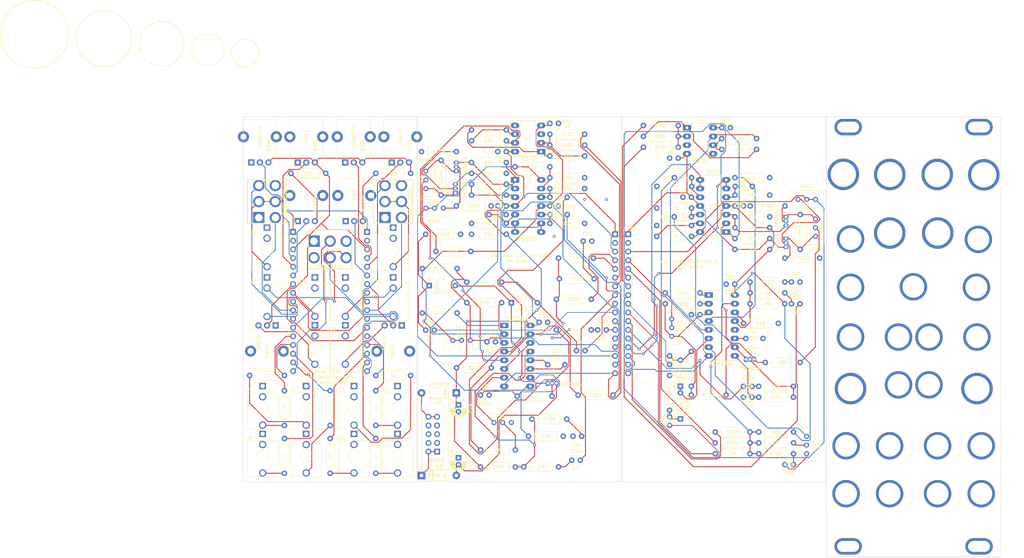
<source format=kicad_pcb>
(kicad_pcb (version 20211014) (generator pcbnew)
  (layers (0 "F.Cu" signal) (31 "B.Cu" signal) (34 "B.Paste" user) (35 "F.Paste" user) (36 "B.SilkS" user "B.Silkscreen") (37 "F.SilkS" user "F.Silkscreen") (38 "B.Mask" user) (39 "F.Mask" user) (44 "Edge.Cuts" user))
  (net 0 "")
  (net 1 "GND")
  (net 2 "-12V")
  (net 3 "+12V")
  (net 4 "/SAWIN1")
  (net 5 "Net-(C5-Pad2)")
  (net 6 "Net-(C6-Pad1)")
  (net 7 "/SYNC+1")
  (net 8 "/FMOD1")
  (net 9 "Net-(C7-Pad2)")
  (net 10 "Net-(C8-Pad1)")
  (net 11 "Net-(C9-Pad1)")
  (net 12 "/PULSE1")
  (net 13 "Net-(C10-Pad1)")
  (net 14 "/SAW1")
  (net 15 "Net-(C11-Pad1)")
  (net 16 "/TRI1")
  (net 17 "Net-(C12-Pad2)")
  (net 18 "Net-(C13-Pad1)")
  (net 19 "/SYNC-1")
  (net 20 "Net-(C16-Pad1)")
  (net 21 "Net-(C17-Pad2)")
  (net 22 "Net-(C19-Pad1)")
  (net 23 "/SAWIN2")
  (net 24 "Net-(C20-Pad2)")
  (net 25 "Net-(C21-Pad1)")
  (net 26 "/SYNC+2")
  (net 27 "/FMOD2")
  (net 28 "Net-(C22-Pad2)")
  (net 29 "Net-(C23-Pad1)")
  (net 30 "Net-(C24-Pad2)")
  (net 31 "Net-(C25-Pad1)")
  (net 32 "/SYNC-2")
  (net 33 "Net-(C26-Pad1)")
  (net 34 "Net-(C27-Pad2)")
  (net 35 "Net-(C29-Pad1)")
  (net 36 "Net-(C30-Pad1)")
  (net 37 "/PULSE2")
  (net 38 "Net-(C31-Pad1)")
  (net 39 "/SAW2")
  (net 40 "Net-(C34-Pad1)")
  (net 41 "/TRI2")
  (net 42 "Net-(COARSE1-Pad2)")
  (net 43 "/12v")
  (net 44 "Net-(COARSE2-Pad2)")
  (net 45 "Net-(D1-Pad1)")
  (net 46 "Net-(D3-Pad1)")
  (net 47 "Net-(D4-Pad2)")
  (net 48 "Net-(D5-Pad1)")
  (net 49 "Net-(J2-Pad16)")
  (net 50 "Net-(J2-Pad15)")
  (net 51 "Net-(FINE1-Pad2)")
  (net 52 "Net-(FINE2-Pad2)")
  (net 53 "Net-(J10-PadT)")
  (net 54 "/COARSE1")
  (net 55 "/FINE1")
  (net 56 "/PW_IN1")
  (net 57 "/PWM_IN1")
  (net 58 "/V{slash}OCT1")
  (net 59 "/PULSEOUT1")
  (net 60 "/SAWOUT1")
  (net 61 "/SHAPE1")
  (net 62 "/SINE1")
  (net 63 "Net-(J2-Pad9)")
  (net 64 "/SAW_IN1")
  (net 65 "/SAW12")
  (net 66 "/VOCT2")
  (net 67 "Net-(J4-PadT)")
  (net 68 "Net-(J5-PadT)")
  (net 69 "Net-(J6-PadT)")
  (net 70 "Net-(J7-PadT)")
  (net 71 "Net-(J8-PadT)")
  (net 72 "Net-(J9-PadT)")
  (net 73 "Net-(J11-Pad9)")
  (net 74 "/SAW_IN2")
  (net 75 "/SAW21")
  (net 76 "/VOCT1")
  (net 77 "Net-(J13-PadT)")
  (net 78 "Net-(J14-PadT)")
  (net 79 "Net-(J15-PadT)")
  (net 80 "Net-(J16-PadT)")
  (net 81 "Net-(J17-PadT)")
  (net 82 "/COARSE2")
  (net 83 "/FINE2")
  (net 84 "/PW_IN2")
  (net 85 "/PWM_IN2")
  (net 86 "/V{slash}OCT2")
  (net 87 "/PULSEOUT2")
  (net 88 "/SAWOUT2")
  (net 89 "/SHAPE2")
  (net 90 "/SINE2")
  (net 91 "Net-(J19-PadT)")
  (net 92 "Net-(PW1-Pad3)")
  (net 93 "Net-(PW2-Pad3)")
  (net 94 "Net-(Q1-Pad1)")
  (net 95 "Net-(Q1-Pad2)")
  (net 96 "Net-(Q1-Pad3)")
  (net 97 "Net-(Q2-Pad2)")
  (net 98 "Net-(Q3-Pad1)")
  (net 99 "Net-(Q3-Pad2)")
  (net 100 "Net-(Q3-Pad3)")
  (net 101 "Net-(Q4-Pad2)")
  (net 102 "Net-(Q5-Pad1)")
  (net 103 "Net-(Q5-Pad2)")
  (net 104 "Net-(Q5-Pad3)")
  (net 105 "Net-(Q6-Pad1)")
  (net 106 "Net-(Q6-Pad2)")
  (net 107 "Net-(Q6-Pad3)")
  (net 108 "/PWM1")
  (net 109 "Net-(R1-Pad2)")
  (net 110 "Net-(R10-Pad1)")
  (net 111 "Net-(R13-Pad1)")
  (net 112 "Net-(R13-Pad2)")
  (net 113 "Net-(R14-Pad2)")
  (net 114 "Net-(R17-Pad2)")
  (net 115 "Net-(R25-Pad2)")
  (net 116 "Net-(R26-Pad1)")
  (net 117 "Net-(R26-Pad2)")
  (net 118 "Net-(R27-Pad2)")
  (net 119 "Net-(R28-Pad1)")
  (net 120 "Net-(R34-Pad1)")
  (net 121 "Net-(R45-Pad2)")
  (net 122 "Net-(R49-Pad2)")
  (net 123 "/PWM2")
  (net 124 "Net-(R53-Pad2)")
  (net 125 "Net-(R56-Pad2)")
  (net 126 "Net-(R57-Pad1)")
  (net 127 "Net-(R57-Pad2)")
  (net 128 "Net-(R58-Pad2)")
  (net 129 "Net-(R59-Pad1)")
  (net 130 "Net-(R60-Pad2)")
  (net 131 "Net-(R61-Pad2)")
  (net 132 "Net-(R72-Pad1)")
  (net 133 "Net-(R79-Pad2)")
  (net 136 "Net-(TRK1-Pad3)")
  (net 137 "Net-(TRK2-Pad3)")
  (net 138 "Net-(J2-Pad14)")
  (net 139 "Net-(J2-Pad13)")
  (net 140 "Net-(J2-Pad7)")
  (net 141 "Net-(J2-Pad6)")
  (net 142 "Net-(J11-Pad16)")
  (net 143 "Net-(J11-Pad15)")
  (net 144 "Net-(J11-Pad14)")
  (net 145 "Net-(J11-Pad13)")
  (net 146 "Net-(J11-Pad8)")
  (net 147 "Net-(J11-Pad7)")
  (net 148 "Net-(J11-Pad6)")
  (net 149 "/-12")
  (net 150 "Net-(J2-Pad10)")
  (net 151 "Net-(J11-Pad10)")
  (footprint "Resistor_THT:R_Axial_DIN0207_L6.3mm_D2.5mm_P10.16mm_Horizontal" (layer "F.Cu") (at 102.235 20.9667)
    (fp_text reference "R21")
    (fp_text value "100k")
  )
  (footprint "Resistor_THT:R_Axial_DIN0207_L6.3mm_D2.5mm_P10.16mm_Horizontal" (layer "F.Cu") (at 69 52.0117)
    (fp_text reference "R34")
    (fp_text value "68k")
  )
  (footprint "Diode_THT:D_DO-41_SOD81_P10.16mm_Horizontal" (layer "F.Cu") (at 74.93 93.3567 180)
    (fp_text reference "D4")
    (fp_text value "1N5818")
  )
  (footprint "Capacitor_THT:C_Disc_D3.8mm_W2.6mm_P2.50mm" (layer "F.Cu") (at 137.17 100.35 -90)
    (fp_text reference "C25")
    (fp_text value "1n")
  )
  (footprint "MountingHole:MountingHole_7.4mm_M7_Pad_VeryNarrow" (layer "F.Cu") (at 187.9 29.5)
    (fp_text reference "REF**2")
    (fp_text value "MountingHole_7.4mm_M7_Pad_VeryNarrow" hide)
  )
  (footprint "Connector_Audio:Jack_3.5mm_QingPu_WQP-PJ398SM_Vertical_CircularHoles" (layer "F.Cu") (at 56.515 45.085048)
    (fp_text reference "J17")
    (fp_text value "SYNC2")
  )
  (footprint "Potentiometer_THT:Potentiometer_Bourns_3296W_Vertical" (layer "F.Cu") (at 137.805 76.835 -90)
    (fp_text reference "SCL2")
    (fp_text value "10k")
  )
  (footprint "Capacitor_THT:C_Disc_D3.8mm_W2.6mm_P2.50mm" (layer "F.Cu") (at 175.25 67.31 180)
    (fp_text reference "C22")
    (fp_text value "100n")
  )
  (footprint "Capacitor_THT:C_Rect_L7.2mm_W5.5mm_P5.00mm_FKS2_FKP2_MKS2_MKP2" (layer "F.Cu") (at 101.615 85.1017)
    (fp_text reference "C17")
    (fp_text value "1n")
  )
  (footprint "Resistor_THT:R_Axial_DIN0207_L6.3mm_D2.5mm_P10.16mm_Horizontal" (layer "F.Cu") (at 156.26 48.26)
    (fp_text reference "R64")
    (fp_text value "33k")
  )
  (footprint "Resistor_THT:R_Axial_DIN0207_L6.3mm_D2.5mm_P10.16mm_Horizontal" (layer "F.Cu") (at 170.825 67.31 180)
    (fp_text reference "R47")
    (fp_text value "1M5")
  )
  (footprint "Connector_Audio:Jack_3.5mm_QingPu_WQP-PJ398SM_Vertical_CircularHoles" (layer "F.Cu") (at 57.785 105.345048)
    (fp_text reference "J16")
    (fp_text value "SINE2")
  )
  (footprint "Diode_THT:D_DO-35_SOD27_P7.62mm_Horizontal" (layer "F.Cu") (at 67 62.0117)
    (fp_text reference "D2")
    (fp_text value "1N4148")
  )
  (footprint "MountingHole:MountingHole_6.4mm_M6_Pad_VeryNarrow" (layer "F.Cu") (at 226.9 77.05)
    (fp_text reference "REF**19")
    (fp_text value "MountingHole_6.4mm_M6_Pad_VeryNarrow" hide)
  )
  (footprint "Capacitor_THT:C_Disc_D3.8mm_W2.6mm_P2.50mm" (layer "F.Cu") (at 146.04 70.485 180)
    (fp_text reference "C29")
    (fp_text value "0.1u")
  )
  (footprint "MountingHole:MountingHole_6.4mm_M6_Pad_VeryNarrow" (layer "F.Cu") (at 204 91)
    (fp_text reference "REF**17")
    (fp_text value "MountingHole_6.4mm_M6_Pad_VeryNarrow" hide)
  )
  (footprint "MountingHole:MountingHole_6.4mm_M6_Pad_VeryNarrow" (layer "F.Cu") (at 208.35 62.35)
    (fp_text reference "REF**9")
    (fp_text value "MountingHole_6.4mm_M6_Pad_VeryNarrow" hide)
  )
  (footprint "Capacitor_THT:C_Disc_D3.8mm_W2.6mm_P2.50mm" (layer "F.Cu") (at 141.06 36.195)
    (fp_text reference "C35")
    (fp_text value "0.1u")
  )
  (footprint "Capacitor_THT:C_Disc_D3.8mm_W2.6mm_P2.50mm" (layer "F.Cu") (at 83.855 78.4417)
    (fp_text reference "C19")
    (fp_text value "0.1u")
  )
  (footprint "Capacitor_THT:C_Disc_D3.0mm_W1.6mm_P2.50mm" (layer "F.Cu") (at 112 49.0117)
    (fp_text reference "C16")
    (fp_text value "10n")
  )
  (footprint "Resistor_THT:R_Axial_DIN0207_L6.3mm_D2.5mm_P10.16mm_Horizontal" (layer "F.Cu") (at 150.505 111.125)
    (fp_text reference "R51")
    (fp_text value "1M")
  )
  (footprint "Potentiometer_THT:Potentiometer_Bourns_3296W_Vertical" (layer "F.Cu") (at 91 102.0117)
    (fp_text reference "TRK1")
    (fp_text value "20k")
  )
  (footprint "Connector_IDC:IDC-Header_2x05_P2.54mm_Vertical" (layer "F.Cu") (at 69.3325 110.5017 180)
    (fp_text reference "PWR1")
    (fp_text value "PWR")
  )
  (footprint "Connector_Audio:Jack_3.5mm_QingPu_WQP-PJ398SM_Vertical_CircularHoles" (layer "F.Cu") (at 19.685 45.085048)
    (fp_text reference "J8")
    (fp_text value "SYNC1")
  )
  (footprint "Resistor_THT:R_Axial_DIN0207_L6.3mm_D2.5mm_P10.16mm_Horizontal" (layer "F.Cu") (at 150.505 104.775)
    (fp_text reference "R49")
    (fp_text value "100k")
  )
  (footprint "Connector_Audio:Jack_3.5mm_QingPu_WQP-PJ398SM_Vertical_CircularHoles" (layer "F.Cu") (at 45.085 91.375048)
    (fp_text reference "J13")
    (fp_text value "PULSE2")
  )
  (footprint "Potentiometer_THT:Potentiometer_Alpha_RD901F-40-00D_Single_Vertical_CircularHoles" (layer "F.Cu") (at 42.5 26.025 90)
    (fp_text reference "COARSE2")
    (fp_text value "B20k")
  )
  (footprint "Resistor_THT:R_Axial_DIN0207_L6.3mm_D2.5mm_P10.16mm_Horizontal" (layer "F.Cu") (at 166.42 51.435 180)
    (fp_text reference "R77")
    (fp_text value "10k")
  )
  (footprint "Capacitor_THT:C_Rect_L7.2mm_W5.5mm_P5.00mm_FKS2_FKP2_MKS2_MKP2" (layer "F.Cu") (at 164.435 77.47 180)
    (fp_text reference "C27")
    (fp_text value "1n")
  )
  (footprint "Resistor_THT:R_Axial_DIN0207_L6.3mm_D2.5mm_P10.16mm_Horizontal" (layer "F.Cu") (at 163.205 111.125)
    (fp_text reference "R55")
    (fp_text value "470R")
  )
  (footprint "Resistor_THT:R_Axial_DIN0207_L6.3mm_D2.5mm_P10.16mm_Horizontal" (layer "F.Cu") (at 152.41 22.225)
    (fp_text reference "R60")
    (fp_text value "10k")
  )
  (footprint "Resistor_THT:R_Axial_DIN0207_L6.3mm_D2.5mm_P10.16mm_Horizontal" (layer "F.Cu") (at 89.535 16.5217 180)
    (fp_text reference "R5")
    (fp_text value "10k")
  )
  (footprint "Resistor_THT:R_Axial_DIN0207_L6.3mm_D2.5mm_P10.16mm_Horizontal" (layer "F.Cu") (at 143.52 91.42 90)
    (fp_text reference "R42")
    (fp_text value "10k")
  )
  (footprint "MountingHole:MountingHole_6.4mm_M6_Pad_VeryNarrow" (layer "F.Cu") (at 227.3 48.5)
    (fp_text reference "REF**13")
    (fp_text value "MountingHole_6.4mm_M6_Pad_VeryNarrow" hide)
  )
  (footprint "MountingHole:MountingHole_6.4mm_M6_Pad_VeryNarrow" (layer "F.Cu") (at 190 48.4)
    (fp_text reference "REF**8")
    (fp_text value "MountingHole_6.4mm_M6_Pad_VeryNarrow" hide)
  )
  (footprint "MountingHole:MountingHole_3.2mm_M3_Long_Pad" (layer "F.Cu") (at 227.5 138.2)
    (fp_text reference "REF**30")
    (fp_text value "MountingHole_3.2mm_M3_Long_Pad" hide)
  )
  (footprint "Diode_THT:D_DO-41_SOD81_P10.16mm_Horizontal" (layer "F.Cu") (at 64.77 117.4867)
    (fp_text reference "D3")
    (fp_text value "1N5818")
  )
  (footprint "Package_DIP:DIP-16_W7.62mm_Socket_LongPads" (layer "F.Cu") (at 88.91 73.6617)
    (fp_text reference "U3")
    (fp_text value "CEM3340")
  )
  (footprint "Resistor_THT:R_Axial_DIN0207_L6.3mm_D2.5mm_P10.16mm_Horizontal" (layer "F.Cu") (at 137.17 98.425 90)
    (fp_text reference "R44")
    (fp_text value "100R")
  )
  (footprint "Connector_Audio:Jack_3.5mm_QingPu_WQP-PJ398SM_Vertical_CircularHoles" (layer "F.Cu") (at 45.085 105.345048)
    (fp_text reference "J15")
    (fp_text value "TRI2")
  )
  (footprint "Connector_Audio:Jack_3.5mm_QingPu_WQP-PJ398SM_Vertical_CircularHoles" (layer "F.Cu") (at 18.415 91.375048)
    (fp_text reference "J4")
    (fp_text value "PULSE1")
  )
  (footprint "MountingHole:MountingHole_6.4mm_M6_Pad_VeryNarrow" (layer "F.Cu") (at 215.4 122.8)
    (fp_text reference "REF**28")
    (fp_text value "MountingHole_6.4mm_M6_Pad_VeryNarrow" hide)
  )
  (footprint "MountingHole:MountingHole_6.4mm_M6_Pad_VeryNarrow" (layer "F.Cu") (at 204 77.05)
    (fp_text reference "REF**16")
    (fp_text value "MountingHole_6.4mm_M6_Pad_VeryNarrow" hide)
  )
  (footprint "Resistor_THT:R_Axial_DIN0207_L6.3mm_D2.5mm_P10.16mm_Horizontal" (layer "F.Cu") (at 170.865 38.735 180)
    (fp_text reference "R68")
    (fp_text value "470R")
  )
  (footprint "MountingHole:MountingHole_6.4mm_M6_Pad_VeryNarrow" (layer "F.Cu") (at 188.7 122.8)
    (fp_text reference "REF**26")
    (fp_text value "MountingHole_6.4mm_M6_Pad_VeryNarrow" hide)
  )
  (footprint "Resistor_THT:R_Axial_DIN0207_L6.3mm_D2.5mm_P10.16mm_Horizontal" (layer "F.Cu") (at 79.375 43.8267)
    (fp_text reference "R7")
    (fp_text value "10k")
  )
  (footprint "Potentiometer_THT:Potentiometer_Bourns_3296W_Vertical" (layer "F.Cu") (at 174.675 36.83 180)
    (fp_text reference "RND2")
    (fp_text value "100k")
  )
  (footprint "Package_TO_SOT_THT:TO-92_Inline" (layer "F.Cu") (at 171.14 41.91 -90)
    (fp_text reference "Q5")
    (fp_text value "2N3904")
  )
  (footprint "MountingHole:MountingHole_6.4mm_M6_Pad_VeryNarrow" (layer "F.Cu") (at 228.15 108.8)
    (fp_text reference "REF**24")
    (fp_text value "MountingHole_6.4mm_M6_Pad_VeryNarrow" hide)
  )
  (footprint "Resistor_THT:R_Axial_DIN0207_L6.3mm_D2.5mm_P10.16mm_Horizontal" (layer "F.Cu") (at 78 67.0117)
    (fp_text reference "R27")
    (fp_text value "5k6")
  )
  (footprint "Resistor_THT:R_Axial_DIN0207_L6.3mm_D2.5mm_P10.16mm_Horizontal" (layer "F.Cu") (at 102.235 30.4917)
    (fp_text reference "R10")
    (fp_text value "10k")
  )
  (footprint "Capacitor_THT:C_Disc_D3.8mm_W2.6mm_P2.50mm" (layer "F.Cu") (at 118.705 74.9417 180)
    (fp_text reference "C5")
    (fp_text value "200p")
  )
  (footprint "Package_TO_SOT_THT:TO-92_Inline" (layer "F.Cu") (at 74.93 28.5867 90)
    (fp_text reference "Q3")
    (fp_text value "2N3904")
  )
  (footprint "Resistor_THT:R_Axial_DIN0207_L6.3mm_D2.5mm_P10.16mm_Horizontal" (layer "F.Cu") (at 139.71 21.59 180)
    (fp_text reference "R63")
    (fp_text value "240k")
  )
  (footprint "Resistor_THT:R_Axial_DIN0207_L6.3mm_D2.5mm_P10.16mm_Horizontal" (layer "F.Cu") (at 51.435 92.710048 -90)
    (fp_text reference "R74")
    (fp_text value "1k")
  )
  (footprint "Capacitor_THT:C_Disc_D3.8mm_W2.6mm_P2.50mm" (layer "F.Cu") (at 111.125 113.0117 180)
    (fp_text reference "C7")
    (fp_text value "100n")
  )
  (footprint "MountingHole:MountingHole_6.4mm_M6_Pad_VeryNarrow" (layer "F.Cu") (at 212.9 77.05)
    (fp_text reference "REF**15")
    (fp_text value "MountingHole_6.4mm_M6_Pad_VeryNarrow" hide)
  )
  (footprint "Resistor_THT:R_Axial_DIN0207_L6.3mm_D2.5mm_P10.16mm_Horizontal" (layer "F.Cu") (at 24.765 106.680048 -90)
    (fp_text reference "R38")
    (fp_text value "1k")
  )
  (footprint "Potentiometer_THT:Potentiometer_Alpha_RD901F-40-00D_Single_Vertical_CircularHoles" (layer "F.Cu") (at 42.65 43.190048 90)
    (fp_text reference "PW2")
    (fp_text value "B100k")
  )
  (footprint "Resistor_THT:R_Axial_DIN0207_L6.3mm_D2.5mm_P10.16mm_Horizontal" (layer "F.Cu") (at 102.235 17.7917)
    (fp_text reference "R22")
    (fp_text value "240k")
  )
  (footprint "Resistor_THT:R_Axial_DIN0207_L6.3mm_D2.5mm_P10.16mm_Horizontal" (layer "F.Cu") (at 156.26 41.91)
    (fp_text reference "R66")
    (fp_text value "33k")
  )
  (footprint "Capacitor_THT:C_Disc_D3.8mm_W2.6mm_P2.50mm" (layer "F.Cu") (at 110 81.0117)
    (fp_text reference "C6")
    (fp_text value "1n")
  )
  (footprint "Resistor_THT:R_Axial_DIN0207_L6.3mm_D2.5mm_P10.16mm_Horizontal" (layer "F.Cu") (at 114.935 53.9867 180)
    (fp_text reference "R19")
    (fp_text value "1M")
  )
  (footprint "Capacitor_THT:C_Disc_D3.8mm_W2.6mm_P2.50mm" (layer "F.Cu") (at 104.735 38.7467 180)
    (fp_text reference "C3")
    (fp_text value "0.1u")
  )
  (footprint "Connector_Audio:Jack_3.5mm_QingPu_WQP-PJ398SM_Vertical_CircularHoles" (layer "F.Cu") (at 31.115 105.345048)
    (fp_text reference "J7")
    (fp_text value "SINE1")
  )
  (footprint "Resistor_THT:R_Axial_DIN0207_L6.3mm_D2.5mm_P10.16mm_Horizontal" (layer "F.Cu") (at 163.205 107.95)
    (fp_text reference "R56")
    (fp_text value "1M")
  )
  (footprint "Connector_Audio:Jack_3.5mm_QingPu_WQP-PJ398SM_Vertical_CircularHoles" (layer "F.Cu") (at 42.545 73.595048)
    (fp_text reference "J19")
    (fp_text value "PWM2")
  )
  (footprint "Potentiometer_THT:Potentiometer_Bourns_3296W_Vertical" (layer "F.Cu") (at 66.04 28.5867 90)
    (fp_text reference "SYM1")
    (fp_text value "50k")
  )
  (footprint "MountingHole:MountingHole_6.4mm_M6_Pad_VeryNarrow" (layer "F.Cu") (at 190 62.5)
    (fp_text reference "REF**7")
    (fp_text value "MountingHole_6.4mm_M6_Pad_VeryNarrow" hide)
  )
  (footprint "Resistor_THT:R_Axial_DIN0207_L6.3mm_D2.5mm_P10.16mm_Horizontal" (layer "F.Cu") (at 66 47.0117)
    (fp_text reference "R11")
    (fp_text value "100R")
  )
  (footprint "Resistor_THT:R_Axial_DIN0207_L6.3mm_D2.5mm_P10.16mm_Horizontal" (layer "F.Cu") (at 97 101.0117)
    (fp_text reference "R16")
    (fp_text value "470R")
  )
  (footprint "Resistor_THT:R_Axial_DIN0207_L6.3mm_D2.5mm_P10.16mm_Horizontal" (layer "F.Cu") (at 170.825 64.135 180)
    (fp_text reference "R45")
    (fp_text value "1M")
  )
  (footprint "Resistor_THT:R_Axial_DIN0207_L6.3mm_D2.5mm_P10.16mm_Horizontal" (layer "F.Cu") (at 74.93 38.7467)
    (fp_text reference "R40")
    (fp_text value "470R")
  )
  (footprint "Resistor_THT:R_Axial_DIN0207_L6.3mm_D2.5mm_P10.16mm_Horizontal" (layer "F.Cu") (at 102.87 94.3017 180)
    (fp_text reference "R6")
    (fp_text value "47k")
  )
  (footprint "Capacitor_THT:C_Disc_D4.3mm_W1.9mm_P5.00mm" (layer "F.Cu") (at 156.34 33.02)
    (fp_text reference "C30")
    (fp_text value "10u")
  )
  (footprint "Resistor_THT:R_Axial_DIN0207_L6.3mm_D2.5mm_P10.16mm_Horizontal" (layer "F.Cu") (at 51.435 88.265048)
    (fp_text reference "R73")
    (fp_text value "1k")
  )
  (footprint "Button_Switch_THT:SW_DPDT_Toggle_Miniature_Lug" (layer "F.Cu") (at 33.4 49.035048)
    (fp_text reference "SW2")
    (fp_text value "DPDT_OOO")
  )
  (footprint "MountingHole:MountingHole_7.4mm_M7_Pad_VeryNarrow" (layer "F.Cu") (at 226.9 92.1)
    (fp_text reference "REF**25")
    (fp_text value "MountingHole_7.4mm_M7_Pad_VeryNarrow" hide)
  )
  (footprint "Capacitor_THT:C_Disc_D3.8mm_W2.6mm_P2.50mm" (layer "F.Cu") (at 89.515 22.8717 180)
    (fp_text reference "C2")
    (fp_text value "0.1u")
  )
  (footprint "Capacitor_THT:C_Disc_D3.8mm_W2.6mm_P2.50mm" (layer "F.Cu") (at 175.25 60.96 180)
    (fp_text reference "C24")
    (fp_text value "10n")
  )
  (footprint "Resistor_THT:R_Axial_DIN0207_L6.3mm_D2.5mm_P10.16mm_Horizontal" (layer "F.Cu") (at 24.765 88.265048 180)
    (fp_text reference "R37")
    (fp_text value "1k")
  )
  (footprint "Resistor_THT:R_Axial_DIN0207_L6.3mm_D2.5mm_P10.16mm_Horizontal" (layer "F.Cu") (at 129.55 18.415)
    (fp_text reference "R61")
    (fp_text value "100k")
  )
  (footprint "Capacitor_THT:C_Disc_D4.3mm_W1.9mm_P5.00mm" (layer "F.Cu") (at 102.275 41.2867)
    (fp_text reference "C10")
    (fp_text value "10u")
  )
  (footprint "Resistor_THT:R_Axial_DIN0207_L6.3mm_D2.5mm_P10.16mm_Horizontal" (layer "F.Cu") (at 89.535 19.6967 180)
    (fp_text reference "R1")
    (fp_text value "10k")
  )
  (footprint "MountingHole:MountingHole_6.4mm_M6_Pad_VeryNarrow" (layer "F.Cu") (at 190 77.05)
    (fp_text reference "REF**14")
    (fp_text value "MountingHole_6.4mm_M6_Pad_VeryNarrow" hide)
  )
  (footprint "MountingHole:MountingHole_6.4mm_M6_Pad_VeryNarrow" (layer "F.Cu") (at 201.4 108.8)
    (fp_text reference "REF**23")
    (fp_text value "MountingHole_6.4mm_M6_Pad_VeryNarrow" hide)
  )
  (footprint "Resistor_THT:R_Axial_DIN0207_L6.3mm_D2.5mm_P10.16mm_Horizontal" (layer "F.Cu") (at 166.42 35.56 180)
    (fp_text reference "R65")
    (fp_text value "10k")
  )
  (footprint "Package_TO_SOT_THT:TO-92_Inline" (layer "F.Cu") (at 74.655 34.9367 90)
    (fp_text reference "Q1")
    (fp_text value "2N3904")
  )
  (footprint "Capacitor_THT:C_Disc_D4.3mm_W1.9mm_P5.00mm" (layer "F.Cu") (at 102.275 36.2067)
    (fp_text reference "C11")
    (fp_text value "10u")
  )
  (footprint "Resistor_THT:R_Axial_DIN0207_L6.3mm_D2.5mm_P10.16mm_Horizontal" (layer "F.Cu") (at 96 106.0117)
    (fp_text reference "R28")
    (fp_text value "1k8")
  )
  (footprint "Package_DIP:DIP-14_W7.62mm_Socket_LongPads" (layer "F.Cu") (at 92.085 31.1217)
    (fp_text reference "U2")
    (fp_text value "TL074")
  )
  (footprint "Resistor_THT:R_Axial_DIN0207_L6.3mm_D2.5mm_P10.16mm_Horizontal" (layer "F.Cu") (at 139.71 15.24 180)
    (fp_text reference "R62")
    (fp_text value "100k")
  )
  (footprint "Capacitor_THT:C_Disc_D3.8mm_W2.6mm_P2.50mm" (layer "F.Cu") (at 158.76 91.44)
    (fp_text reference "C20")
    (fp_text value "200p")
  )
  (footprint "Connector_Audio:Jack_3.5mm_QingPu_WQP-PJ398SM_Vertical_CircularHoles" (layer "F.Cu") (at 18.415 105.345048)
    (fp_text reference "J6")
    (fp_text value "TRI1")
  )
  (footprint "Button_Switch_THT:SW_DPDT_Toggle_Miniature_Lug" (layer "F.Cu") (at 54.115 42.165048 90)
    (fp_text reference "SNC2")
    (fp_text value "DPDT_OOO")
  )
  (footprint "Resistor_THT:R_Axial_DIN0207_L6.3mm_D2.5mm_P10.16mm_Horizontal" (layer "F.Cu") (at 160.665 60.96)
    (fp_text reference "R48")
    (fp_text value "470R")
  )
  (footprint "Resistor_THT:R_Axial_DIN0207_L6.3mm_D2.5mm_P10.16mm_Horizontal" (layer "F.Cu") (at 78 61.0117)
    (fp_text reference "R4")
    (fp_text value "10k")
  )
  (footprint "Connector_Audio:Jack_3.5mm_QingPu_WQP-PJ398SM_Vertical_CircularHoles" (layer "F.Cu") (at 33.655 59.625048)
    (fp_text reference "J10")
    (fp_text value "FM1")
  )
  (footprint "Package_DIP:DIP-16_W7.62mm_Socket_LongPads" (layer "F.Cu") (at 148.61 64.76)
    (fp_text reference "U5")
    (fp_text value "CEM3340")
  )
  (footprint "MountingHole:MountingHole_3.2mm_M3_Long_Pad" (layer "F.Cu") (at 227.5 15.7)
    (fp_text reference "REF**6")
    (fp_text value "MountingHole_3.2mm_M3_Long_Pad" hide)
  )
  (footprint "Resistor_THT:R_Axial_DIN0207_L6.3mm_D2.5mm_P10.16mm_Horizontal" (layer "F.Cu") (at 143.6 44.45 180)
    (fp_text reference "R81")
    (fp_text value "10k")
  )
  (footprint "Resistor_THT:R_Axial_DIN0207_L6.3mm_D2.5mm_P10.16mm_Horizontal" (layer "F.Cu") (at 133.48 33.02)
    (fp_text reference "R69")
    (fp_text value "10k")
  )
  (footprint "Resistor_THT:R_Axial_DIN0207_L6.3mm_D2.5mm_P10.16mm_Horizontal" (layer "F.Cu") (at 26.67 29.210048)
    (fp_text reference "R46")
    (fp_text value "15k")
  )
  (footprint "Resistor_THT:R_Axial_DIN0207_L6.3mm_D2.5mm_P10.16mm_Horizontal" (layer "F.Cu") (at 135.9 67.31)
    (fp_text reference "R58")
    (fp_text value "5k6")
  )
  (footprint "Diode_THT:D_DO-35_SOD27_P7.62mm_Horizontal" (layer "F.Cu") (at 91 67.0117)
    (fp_text reference "D1")
    (fp_text value "1N4148")
  )
  (footprint "Connector_PinHeader_2.54mm:PinHeader_1x17_P2.54mm_Vertical" (layer "F.Cu") (at 121.285 46.990048)
    (fp_text reference "J1")
    (fp_text value "Conn_01x17")
  )
  (footprint "Resistor_THT:R_Axial_DIN0207_L6.3mm_D2.5mm_P10.16mm_Horizontal" (layer "F.Cu") (at 79.375 32.3967)
    (fp_text reference "R35")
    (fp_text value "10k")
  )
  (footprint "Resistor_THT:R_Axial_DIN0207_L6.3mm_D2.5mm_P10.16mm_Horizontal" (layer "F.Cu") (at 153.68 93.98 180)
    (fp_text reference "R52")
    (fp_text value "820R")
  )
  (footprint "Potentiometer_THT:Potentiometer_Bourns_3296W_Vertical" (layer "F.Cu") (at 179.755 47.635 -90)
    (fp_text reference "SYM2")
    (fp_text value "50k")
  )
  (footprint "MountingHole:MountingHole_7.4mm_M7_Pad_VeryNarrow" (layer "F.Cu") (at 215.45 46.65)
    (fp_text reference "REF**11")
    (fp_text value "MountingHole_7.4mm_M7_Pad_VeryNarrow" hide)
  )
  (footprint "Resistor_THT:R_Axial_DIN0207_L6.3mm_D2.5mm_P10.16mm_Horizontal" (layer "F.Cu") (at 74.93 22.8717 180)
    (fp_text reference "R31")
    (fp_text value "470R")
  )
  (footprint "Connector_Audio:Jack_3.5mm_QingPu_WQP-PJ398SM_Vertical_CircularHoles" (layer "F.Cu") (at 19.685 59.625048)
    (fp_text reference "J3")
    (fp_text value "V/OCT1")
  )
  (footprint "Potentiometer_THT:Potentiometer_Alpha_RD901F-40-00D_Single_Vertical_CircularHoles" (layer "F.Cu") (at 59.015 73.650048 -90)
    (fp_text reference "PWM2")
    (fp_text value "B100k")
  )
  (footprint "Potentiometer_THT:Potentiometer_Alpha_RD901F-40-00D_Single_Vertical_CircularHoles" (layer "F.Cu") (at 28.65 43.190048 90)
    (fp_text reference "PW1")
    (fp_text value "B100k")
  )
  (footprint "MountingHole:MountingHole_7.4mm_M7_Pad_VeryNarrow" (layer "F.Cu") (at 201.45 29.55)
    (fp_text reference "REF**4")
    (fp_text value "MountingHole_7.4mm_M7_Pad_VeryNarrow" hide)
  )
  (footprint "Capacitor_THT:C_Disc_D4.3mm_W1.9mm_P5.00mm" (layer "F.Cu") (at 84.495 41.2867)
    (fp_text reference "C9")
    (fp_text value "10u")
  )
  (footprint "Resistor_THT:R_Axial_DIN0207_L6.3mm_D2.5mm_P10.16mm_Horizontal" (layer "F.Cu") (at 173.365 104.775 180)
    (fp_text reference "R54")
    (fp_text value "360k")
  )
  (footprint "Resistor_THT:R_Axial_DIN0207_L6.3mm_D2.5mm_P10.16mm_Horizontal" (layer "F.Cu") (at 24.765 92.710048 -90)
    (fp_text reference "R36")
    (fp_text value "1k")
  )
  (footprint "Resistor_THT:R_Axial_DIN0207_L6.3mm_D2.5mm_P10.16mm_Horizontal" (layer "F.Cu") (at 135.9 64.135)
    (fp_text reference "R57")
    (fp_text value "24k")
  )
  (footprint "Resistor_THT:R_Axial_DIN0207_L6.3mm_D2.5mm_P10.16mm_Horizontal" (layer "F.Cu") (at 112.395 33.6667 180)
    (fp_text reference "R9")
    (fp_text value "10k")
  )
  (footprint "Capacitor_THT:C_Disc_D3.8mm_W2.6mm_P2.50mm" (layer "F.Cu") (at 137.17 82.57 -90)
    (fp_text reference "C21")
    (fp_text value "1n")
  )
  (footprint "Resistor_THT:R_Axial_DIN0207_L6.3mm_D2.5mm_P10.16mm_Horizontal" (layer "F.Cu") (at 65 70.0117)
    (fp_text reference "R26")
    (fp_text value "24k")
  )
  (footprint "Capacitor_THT:C_Disc_D3.8mm_W2.6mm_P2.50mm" (layer "F.Cu") (at 137.19 24.765)
    (fp_text reference "C32")
    (fp_text value "0.1u")
  )
  (footprint "Resistor_THT:R_Axial_DIN0207_L6.3mm_D2.5mm_P10.16mm_Horizontal" (layer "F.Cu") (at 163.185 91.44)
    (fp_text reference "R41")
    (fp_text value "10k")
  )
  (footprint "Capacitor_THT:C_Disc_D3.8mm_W2.6mm_P2.50mm" (layer "F.Cu") (at 152.43 15.875)
    (fp_text reference "C33")
    (fp_text value "0.1u")
  )
  (footprint "MountingHole:MountingHole_6.4mm_M6_Pad_VeryNarrow" (layer "F.Cu") (at 201.4 122.8)
    (fp_text reference "REF**29")
    (fp_text value "MountingHole_6.4mm_M6_Pad_VeryNarrow" hide)
  )
  (footprint "Resistor_THT:R_Axial_DIN0207_L6.3mm_D2.5mm_P10.16mm_Horizontal" (layer "F.Cu") (at 38.1 106.680048 -90)
    (fp_text reference "R75")
    (fp_text value "1k")
  )
  (footprint "Resistor_THT:R_Axial_DIN0207_L6.3mm_D2.5mm_P10.16mm_Horizontal" (layer "F.Cu") (at 158.76 73.025)
    (fp_text reference "R59")
    (fp_text value "1k8")
  )
  (footprint "Capacitor_THT:CP_Radial_D5.0mm_P2.00mm" (layer "F.Cu") (at 75.565 112.3117 -90)
    (fp_text reference "C14")
    (fp_text value "10u")
  )
  (footprint "Resistor_THT:R_Axial_DIN0207_L6.3mm_D2.5mm_P10.16mm_Horizontal" (layer "F.Cu") (at 170.825 53.975)
    (fp_text reference "R78")
    (fp_text value "470R")
  )
  (footprint "Resistor_THT:R_Axial_DIN0207_L6.3mm_D2.5mm_P10.16mm_Horizontal" (layer "F.Cu") (at 173.345 94.615 180)
    (fp_text reference "R43")
    (fp_text value "47k")
  )
  (footprint "Capacitor_THT:C_Disc_D3.8mm_W2.6mm_P2.50mm" (layer "F.Cu") (at 101.595 72.7267 180)
    (fp_text reference "C18")
    (fp_text value "0.1u")
  )
  (footprint "Capacitor_THT:C_Disc_D3.8mm_W2.6mm_P2.50mm" (layer "F.Cu") (at 89.535 38.7467 180)
    (fp_text reference "C4")
    (fp_text value "0.1u")
  )
  (footprint "Resistor_THT:R_Axial_DIN0207_L6.3mm_D2.5mm_P10.16mm_Horizontal" (layer "F.Cu") (at 114.3 74.9417 180)
    (fp_text reference "R2")
    (fp_text value "10k")
  )
  (footprint "Resistor_THT:R_Axial_DIN0207_L6.3mm_D2.5mm_P10.16mm_Horizontal" (layer "F.Cu") (at 166.42 45.085 180)
    (fp_text reference "R70")
    (fp_text value "10k")
  )
  (footprint "Resistor_THT:R_Axial_DIN0207_L6.3mm_D2.5mm_P10.16mm_Horizontal" (layer "F.Cu") (at 133.44 39.37)
    (fp_text reference "R80")
    (fp_text value "10k")
  )
  (footprint "Package_DIP:DIP-8_W7.62mm_Socket_LongPads" (layer "F.Cu") (at 142.26 15.885)
    (fp_text reference "U4")
    (fp_text value "TL072")
  )
  (footprint "MountingHole:MountingHole_6.4mm_M6_Pad_VeryNarrow" (layer "F.Cu") (at 226.75 62.5)
    (fp_text reference "REF**12")
    (fp_text value "MountingHole_6.4mm_M6_Pad_VeryNarrow" hide)
  )
  (footprint "Resistor_THT:R_Axial_DIN0207_L6.3mm_D2.5mm_P10.16mm_Horizontal" (layer "F.Cu") (at 82 110.0117)
    (fp_text reference "R25")
    (fp_text value "1M")
  )
  (footprint "Capacitor_THT:C_Disc_D3.8mm_W2.6mm_P2.50mm" (layer "F.Cu") (at 161.26 94.615 180)
    (fp_text reference "C23")
    (fp_text value "100n")
  )
  (footprint "Resistor_THT:R_Axial_DIN0207_L6.3mm_D2.5mm_P10.16mm_Horizontal" (layer "F.Cu") (at 114.3 66.0117 180)
    (fp_text reference "R18")
    (fp_text value "100k")
  )
  (footprint "MountingHole:MountingHole_7.4mm_M7_Pad_VeryNarrow" (layer "F.Cu") (at 201.45 46.65)
    (fp_text reference "REF**10")
    (fp_text value "MountingHole_7.4mm_M7_Pad_VeryNarrow" hide)
  )
  (footprint "Connector_Audio:Jack_3.5mm_QingPu_WQP-PJ398SM_Vertical_CircularHoles" (layer "F.Cu") (at 57.785 91.375048)
    (fp_text reference "J14")
    (fp_text value "SAW2")
  )
  (footprint "Resistor_THT:R_Axial_DIN0207_L6.3mm_D2.5mm_P10.16mm_Horizontal" (layer "F.Cu") (at 89.535 26.0467 180)
    (fp_text reference "R29")
    (fp_text value "33k")
  )
  (footprint "Diode_THT:D_DO-35_SOD27_P7.62mm_Horizontal" (layer "F.Cu") (at 140.345 100.945 90)
    (fp_text reference "D6")
    (fp_text value "1N4148")
  )
  (footprint "Resistor_THT:R_Axial_DIN0207_L6.3mm_D2.5mm_P10.16mm_Horizontal" (layer "F.Cu") (at 92.075 27.3167)
    (fp_text reference "R3")
    (fp_text value "15k")
  )
  (footprint "Button_Switch_THT:SW_DPDT_Toggle_Miniature_Lug" (layer "F.Cu") (at 17.285 42.165048 90)
    (fp_text reference "SNC1")
    (fp_text value "DPDT_OOO")
  )
  (footprint "Resistor_THT:R_Axial_DIN0207_L6.3mm_D2.5mm_P10.16mm_Horizontal" (layer "F.Cu") (at 38.1 92.710048 -90)
    (fp_text reference "R39")
    (fp_text value "1k")
  )
  (footprint "Potentiometer_THT:Potentiometer_Bourns_3296W_Vertical" (layer "F.Cu") (at 71.13 39.3817)
    (fp_text reference "RND1")
    (fp_text value "100k")
  )
  (footprint "Capacitor_THT:C_Disc_D3.8mm_W2.6mm_P2.50mm" (layer "F.Cu") (at 66 75.0117)
    (fp_text reference "C13")
    (fp_text value "1n")
  )
  (footprint "Resistor_THT:R_Axial_DIN0207_L6.3mm_D2.5mm_P10.16mm_Horizontal" (layer "F.Cu") (at 65 57.0117)
    (fp_text reference "R20")
    (fp_text value "820R")
  )
  (footprint "Capacitor_THT:C_Disc_D3.8mm_W2.6mm_P2.50mm" (layer "F.Cu") (at 82 94.0117)
    (fp_text reference "C8")
    (fp_text value "100n")
  )
  (footprint "Resistor_THT:R_Axial_DIN0207_L6.3mm_D2.5mm_P10.16mm_Horizontal" (layer "F.Cu") (at 75 86.0117)
    (fp_text reference "R23")
    (fp_text value "360k")
  )
  (footprint "Package_TO_SOT_THT:TO-92_Inline" (layer "F.Cu") (at 101.615 90.5417)
    (fp_text reference "Q2")
    (fp_text value "2N3906")
  )
  (footprint "Capacitor_THT:C_Disc_D3.8mm_W2.6mm_P2.50mm" (layer "F.Cu") (at 173.345 114.3 180)
    (fp_text reference "C26")
    (fp_text value "10n")
  )
  (footprint "MountingHole:MountingHole_3.2mm_M3_Long_Pad" (layer "F.Cu") (at 189.3 138.2)
    (fp_text reference "REF**27")
    (fp_text value "MountingHole_3.2mm_M3_Long_Pad" hide)
  )
  (footprint "Connector_Audio:Jack_3.5mm_QingPu_WQP-PJ398SM_Vertical_CircularHoles" (layer "F.Cu") (at 33.655 73.595048)
    (fp_text reference "J9")
    (fp_text value "PWM1")
  )
  (footprint "Potentiometer_THT:Potentiometer_Alpha_RD901F-40-00D_Single_Vertical_CircularHoles" (layer "F.Cu") (at 22.185 73.650048 -90)
    (fp_text reference "PWM1")
    (fp_text value "B100k")
  )
  (footprint "Resistor_THT:R_Axial_DIN0207_L6.3mm_D2.5mm_P10.16mm_Horizontal" (layer "F.Cu") (at 51.435 106.680048 -90)
    (fp_text reference "R76")
    (fp_text value "1k")
  )
  (footprint "MountingHole:MountingHole_7.4mm_M7_Pad_VeryNarrow" (layer "F.Cu") (at 190 92.1)
    (fp_text reference "REF**21")
    (fp_text value "MountingHole_7.4mm_M7_Pad_VeryNarrow" hide)
  )
  (footprint "Resistor_THT:R_Axial_DIN0207_L6.3mm_D2.5mm_P10.16mm_Horizontal" (layer "F.Cu") (at 79.375 29.2217)
    (fp_text reference "R30")
    (fp_text value "33k")
  )
  (footprint "Capacitor_THT:CP_Radial_D5.0mm_P2.00mm" (layer "F.Cu") (at 75.565 96.846588 -90)
    (fp_text reference "C15")
    (fp_text value "10u")
  )
  (footprint "Connector_PinHeader_2.54mm:PinHeader_1x17_P2.54mm_Vertical" (layer "F.Cu") (at 48.895 46.350048)
    (fp_text reference "J11")
    (fp_text value "Conn_01x17")
  )
  (footprint "Package_TO_SOT_THT:TO-92_Inline" (layer "F.Cu") (at 159.395 83.545)
    (fp_text reference "Q4")
    (fp_text value "2N3906")
  )
  (footprint "Potentiometer_THT:Potentiometer_Alpha_RD901F-40-00D_Single_Vertical_CircularHoles" (layer "F.Cu") (at 28.65 26.045048 90)
    (fp_text reference "FINE1")
    (fp_text value "B20k")
  )
  (footprint "Capacitor_THT:C_Disc_D4.3mm_W1.9mm_P5.00mm" (layer "F.Cu") (at 143.6 30.48 180)
    (fp_text reference "C31")
    (fp_text value "10u")
  )
  (footprint "Resistor_THT:R_Axial_DIN0207_L6.3mm_D2.5mm_P10.16mm_Horizontal" (layer "F.Cu") (at 166.42 30.48 180)
    (fp_text reference "R67")
    (fp_text value "10k")
  )
  (footprint "Resistor_THT:R_Axial_DIN0207_L6.3mm_D2.5mm_P10.16mm_Horizontal" (layer "F.Cu") (at 79.375 47.0017)
    (fp_text reference "R12")
    (fp_text value "10k")
  )
  (footprint "Resistor_THT:R_Axial_DIN0207_L6.3mm_D2.5mm_P10.16mm_Horizontal" (layer "F.Cu") (at 112.395 43.8267 180)
    (fp_text reference "R8")
    (fp_text value "10k")
  )
  (footprint "MountingHole:MountingHole_3.2mm_M3_Long_Pad" (layer "F.Cu") (at 189.3 15.7)
    (fp_text reference "REF**1")
    (fp_text value "MountingHole_3.2mm_M3_Long_Pad" hide)
  )
  (footprint "MountingHole:MountingHole_6.4mm_M6_Pad_VeryNarrow" (layer "F.Cu") (at 212.9 91)
    (fp_text reference "REF**18")
    (fp_text value "MountingHole_6.4mm_M6_Pad_VeryNarrow" hide)
  )
  (footprint "Resistor_THT:R_Axial_DIN0207_L6.3mm_D2.5mm_P10.16mm_Horizontal" (layer "F.Cu") (at 102.235 24.1417)
    (fp_text reference "R13")
    (fp_text value "100k")
  )
  (footprint "Capacitor_THT:C_Disc_D3.8mm_W2.6mm_P2.50mm" (layer "F.Cu") (at 156.26 38.735)
    (fp_text reference "C36")
    (fp_text value "0.1u")
  )
  (footprint "Package_DIP:DIP-8_W7.62mm_Socket_LongPads" (layer "F.Cu") (at 99.685 22.8617 180)
    (fp_text reference "U1")
    (fp_text value "TL072")
  )
  (footprint "Potentiometer_THT:Potentiometer_Bourns_3296W_Vertical" (layer "F.Cu") (at 79 78.0117)
    (fp_text reference "SCL1")
    (fp_text value "10k")
  )
  (footprint "Connector_Audio:Jack_3.5mm_QingPu_WQP-PJ398SM_Vertical_CircularHoles" (layer "F.Cu") (at 42.545 59.625048)
    (fp_text reference "J20")
    (fp_text value "FM2")
  )
  (footprint "Resistor_THT:R_Axial_DIN0207_L6.3mm_D2.5mm_P10.16mm_Horizontal" (layer "F.Cu") (at 104.775 114.9467 180)
    (fp_text reference "R14")
    (fp_text value "1M")
  )
  (footprint "Resistor_THT:R_Axial_DIN0207_L6.3mm_D2.5mm_P10.16mm_Horizontal" (layer "F.Cu") (at 82 115.0117)
    (fp_text reference "R15")
    (fp_text value "1M5")
  )
  (footprint "Resistor_THT:R_Axial_DIN0207_L6.3mm_D2.5mm_P10.16mm_Horizontal" (layer "F.Cu") (at 105 60.0117)
    (fp_text reference "R24")
    (fp_text value "470R")
  )
  (footprint "Resistor_THT:R_Axial_DIN0207_L6.3mm_D2.5mm_P10.16mm_Horizontal" (layer "F.Cu") (at 70.485 35.5717 90)
    (fp_text reference "R33")
    (fp_text value "220R")
  )
  (footprint "Potentiometer_THT:Potentiometer_Alpha_RD901F-40-00D_Single_Vertical_CircularHoles" (layer "F.Cu") (at 15.1 26.025 90)
    (fp_text reference "COARSE1")
    (fp_text value "B20k")
  )
  (footprint "Package_TO_SOT_THT:TO-92_Inline" (layer "F.Cu") (at 171.14 48.26 -90)
    (fp_text reference "Q6")
    (fp_text value "2N3904")
  )
  (footprint "Resistor_THT:R_Axial_DIN0207_L6.3mm_D2.5mm_P10.16mm_Horizontal" (layer "F.Cu") (at 79.375 35.5717)
    (fp_text reference "R32")
    (fp_text value "10k")
  )
  (footprint "Resistor_THT:R_Axial_DIN0207_L6.3mm_D2.5mm_P10.16mm_Horizontal" (layer "F.Cu") (at 51.435 29.210048)
    (fp_text reference "R82")
    (fp_text value "15k")
  )
  (footprint "MountingHole:MountingHole_6.4mm_M6_Pad_VeryNarrow" (layer "F.Cu") (at 215.4 108.8)
    (fp_text reference "REF**22")
    (fp_text value "MountingHole_6.4mm_M6_Pad_VeryNarrow" hide)
  )
  (footprint "Capacitor_THT:C_Disc_D3.8mm_W2.6mm_P2.50mm" (layer "F.Cu") (at 109 106.0117)
    (fp_text reference "C12")
    (fp_text value "10n")
  )
  (footprint "Potentiometer_THT:Potentiometer_Bourns_3296W_Vertical" (layer "F.Cu") (at 177.175 111.135 -90)
    (fp_text reference "TRK2")
    (fp_text value "20k")
  )
  (footprint "Resistor_THT:R_Axial_DIN0207_L6.3mm_D2.5mm_P10.16mm_Horizontal" (layer "F.Cu") (at 175.27 84.455 180)
    (fp_text reference "R72")
    (fp_text value "68k")
  )
  (footprint "Potentiometer_THT:Potentiometer_Alpha_RD901F-40-00D_Single_Vertical_CircularHoles" (layer "F.Cu") (at 56.1 26.035048 90)
    (fp_text reference "FINE2")
    (fp_text value "B20k")
  )
  (footprint "MountingHole:MountingHole_6.4mm_M6_Pad_VeryNarrow" (layer "F.Cu") (at 188.7 108.8)
    (fp_text reference "REF**20")
    (fp_text value "MountingHole_6.4mm_M6_Pad_VeryNarrow" hide)
  )
  (footprint "Resistor_THT:R_Axial_DIN0207_L6.3mm_D2.5mm_P10.16mm_Horizontal" (layer "F.Cu") (at 143.6 47.625 180)
    (fp_text reference "R79")
    (fp_text value "15k")
  )
  (footprint "Connector_PinHeader_2.54mm:PinHeader_1x17_P2.54mm_Vertical" (layer "F.Cu") (at 125.105 46.99)
    (fp_text reference "J18")
    (fp_text value "Conn_01x17")
  )
  (footprint "Connector_PinHeader_2.54mm:PinHeader_1x17_P2.54mm_Vertical" (layer "F.Cu") (at 27.305 46.350048)
    (fp_text reference "J2")
    (fp_text value "Conn_01x17")
  )
  (footprint "Resistor_THT:R_Axial_DIN0207_L6.3mm_D2.5mm_P10.16mm_Horizontal" (layer "F.Cu") (at 175.31 41.275 -90)
    (fp_text reference "R71")
    (fp_text value "220R")
  )
  (footprint "Resistor_THT:R_Axial_DIN0207_L6.3mm_D2.5mm_P10.16mm_Horizontal" (layer "F.Cu") (at 162.57 19.05 180)
    (fp_text reference "R53")
    (fp_text value "10k")
  )
  (footprint "Connector_Audio:Jack_3.5mm_QingPu_WQP-PJ398SM_Vertical_CircularHoles" (layer "F.Cu") (at 31.115 91.375048)
    (fp_text reference "J5")
    (fp_text value "SAW1")
  )
  (footprint "Capacitor_THT:C_Disc_D3.8mm_W2.6mm_P2.50mm" (layer "F.Cu") (at 153.7 61.595)
    (fp_text reference "C28")
    (fp_text value "0.1u")
  )
  (footprint "Package_DIP:DIP-14_W7.62mm_Socket_LongPads" (layer "F.Cu") (at 153.71 46.36 180)
    (fp_text reference "U6")
    (fp_text value "TL074")
  )
  (footprint "Resistor_THT:R_Axial_DIN0207_L6.3mm_D2.5mm_P10.16mm_Horizontal" (layer "F.Cu") (at 120.65 94.0117 180)
    (fp_text reference "R17")
    (fp_text value "100k")
  )
  (footprint "MountingHole:MountingHole_7.4mm_M7_Pad_VeryNarrow" (layer "F.Cu") (at 228.9 29.65)
    (fp_text reference "REF**5")
    (fp_text value "MountingHole_7.4mm_M7_Pad_VeryNarrow" hide)
  )
  (footprint "MountingHole:MountingHole_6.4mm_M6_Pad_VeryNarrow" (layer "F.Cu") (at 228.15 122.8)
    (fp_text reference "REF**31")
    (fp_text value "MountingHole_6.4mm_M6_Pad_VeryNarrow" hide)
  )
  (footprint "Capacitor_THT:C_Disc_D3.8mm_W2.6mm_P2.50mm" (layer "F.Cu") (at 104.755 14.6167 180)
    (fp_text reference "C1")
    (fp_text value "0.1u")
  )
  (footprint "Diode_THT:D_DO-35_SOD27_P7.62mm_Horizontal" (layer "F.Cu") (at 140.345 91.42 90)
    (fp_text reference "D5")
    (fp_text value "1N4148")
  )
  (footprint "Connector_Audio:Jack_3.5mm_QingPu_WQP-PJ398SM_Vertical_CircularHoles" (layer "F.Cu") (at 56.515 59.625048)
    (fp_text reference "J12")
    (fp_text value "V/OCT2")
  )
  (footprint "Resistor_THT:R_Axial_DIN0207_L6.3mm_D2.5mm_P10.16mm_Horizontal" (layer "F.Cu") (at 150.505 107.95)
    (fp_text reference "R50")
    (fp_text value "100k")
  )
  (footprint "Capacitor_THT:C_Disc_D4.3mm_W1.9mm_P5.00mm" (layer "F.Cu") (at 143.56 41.91 180)
    (fp_text reference "C34")
    (fp_text value "10u")
  )
  (footprint "MountingHole:MountingHole_7.4mm_M7_Pad_VeryNarrow" (layer "F.Cu") (at 215.3 29.55)
    (fp_text reference "REF**3")
    (fp_text value "MountingHole_7.4mm_M7_Pad_VeryNarrow" hide)
  )
  (gr_circle (center 2.45 -6.9) (end 3.95 -2.4) (layer "F.SilkS") (width 0.15) (fill none))
  (gr_circle (center -11.05 -8.65) (end -4.55 -8.65) (layer "F.SilkS") (width 0.15) (fill none))
  (gr_circle (center -27.94 -10.16) (end -22.86 -3.81) (layer "F.SilkS") (width 0.15) (fill none))
  (gr_circle (center 13.25 -5.95) (end 16.45 -3.45) (layer "F.SilkS") (width 0.15) (fill none))
  (gr_circle (center -48.26 -11.43) (end -41.91 -3.81) (layer "F.SilkS") (width 0.15) (fill none))
  (gr_rect (start 182.9 12.7) (end 233.9 141.2) (layer "Edge.Cuts") (width 0.1) (fill none))
  (gr_rect (start 12.7 12.7) (end 63.5 119.2) (layer "Edge.Cuts") (width 0.1) (fill none))
  (gr_rect (start 123.2 12.7) (end 182.9 119.2) (layer "Edge.Cuts") (width 0.1) (fill none))
  (gr_rect (start 63.5 12.7) (end 123.2 119.2) (layer "Edge.Cuts") (width 0.1) (fill none))
  (gr_text "d&j dual 3340 rev1.0\nby laughing blue\npanel board" (at 38.55 88.7) (layer "F.SilkS") (effects (font (size 1 1))))
  (gr_text "d&j dual 3340 rev1.0\nright board" (at 142.9 55.75) (layer "F.SilkS") (effects (font (size 1 1))))
  (gr_text "d&j dual 3340 rev1.0\nleft board" (at 93.1 53.95) (layer "F.SilkS") (effects (font (size 1 1))))
  (segment (start 96.53 83.8217) (end 100.335 83.8217) (width 0.25) (layer "F.Cu") (net 1))
  (segment (start 177.175 111.135) (end 177.175 112.153233) (width 0.25) (layer "F.Cu") (net 1))
  (segment (start 100.335 83.8217) (end 101.615 85.1017) (width 0.25) (layer "F.Cu") (net 1))
  (segment (start 177.175 112.153233) (end 173.758233 115.57) (width 0.25) (layer "F.Cu") (net 1))
  (segment (start 172.115 115.57) (end 170.845 114.3) (width 0.25) (layer "F.Cu") (net 1))
  (segment (start 173.758233 115.57) (end 172.115 115.57) (width 0.25) (layer "F.Cu") (net 1))
  (via (at 102.9 77.25) (size 0.8) (drill 0.4) (layers "F.Cu" "B.Cu") (net 1))
  (via (at 107.9 74.8) (size 0.8) (drill 0.4) (layers "F.Cu" "B.Cu") (net 1))
  (via (at 118.745 36.8417) (size 0.8) (drill 0.4) (layers "F.Cu" "B.Cu") (net 1))
  (via (at 112.395 36.8417) (size 0.8) (drill 0.4) (layers "F.Cu" "B.Cu") (net 1))
  (via (at 103.505 47.6367) (size 0.8) (drill 0.4) (layers "F.Cu" "B.Cu") (net 1))
  (segment (start 107.9 74.8) (end 105.45 77.25) (width 0.25) (layer "B.Cu") (net 1))
  (segment (start 105.45 77.25) (end 102.9 77.25) (width 0.25) (layer "B.Cu") (net 1))
  (segment (start 105.899511 25.289933) (end 102.700789 22.091211) (width 0.25) (layer "F.Cu") (net 2))
  (segment (start 89.107348 99.887189) (end 87.415489 101.579048) (width 0.25) (layer "F.Cu") (net 2))
  (segment (start 142.26 23.505) (end 141 24.765) (width 0.25) (layer "F.Cu") (net 2))
  (segment (start 146.09 38.725) (end 143.56 36.195) (width 0.25) (layer "F.Cu") (net 2))
  (segment (start 161.935 83.32) (end 157.49048 78.87548) (width 0.25) (layer "F.Cu") (net 2))
  (segment (start 82.465789 116.136211) (end 77.389511 116.136211) (width 0.25) (layer "F.Cu") (net 2))
  (segment (start 101.769211 22.091211) (end 101.12422 21.44622) (width 0.25) (layer "F.Cu") (net 2))
  (segment (start 87.415489 111.186511) (end 82.465789 116.136211) (width 0.25) (layer "F.Cu") (net 2))
  (segment (start 70.89 52.0117) (end 65.89 57.0117) (width 0.25) (layer "F.Cu") (net 2))
  (segment (start 102.235 38.7467) (end 105.899511 35.082189) (width 0.25) (layer "F.Cu") (net 2))
  (segment (start 74.93 114.9467) (end 75.565 114.3117) (width 0.25) (layer "F.Cu") (net 2))
  (segment (start 101.63 15.2417) (end 102.255 14.6167) (width 0.25) (layer "F.Cu") (net 2))
  (segment (start 88.97 52.0117) (end 79.16 52.0117) (width 0.25) (layer "F.Cu") (net 2))
  (segment (start 87.415489 101.579048) (end 87.415489 111.186511) (width 0.25) (layer "F.Cu") (net 2))
  (segment (start 79.16 52.0117) (end 70.89 52.0117) (width 0.25) (layer "F.Cu") (net 2))
  (segment (start 165.11 84.455) (end 162.845 84.455) (width 0.25) (layer "F.Cu") (net 2))
  (segment (start 67.31 74.3067) (end 65.405 72.4017) (width 0.25) (layer "F.Cu") (net 2))
  (segment (start 65.89 57.0117) (end 65 57.0117) (width 0.25) (layer "F.Cu") (net 2))
  (segment (start 105.899511 35.082189) (end 105.899511 25.289933) (width 0.25) (layer "F.Cu") (net 2))
  (segment (start 101.12422 21.44622) (end 98.819209 21.44622) (width 0.25) (layer "F.Cu") (net 2))
  (segment (start 104.155 90.5417) (end 104.155 94.607) (width 0.25) (layer "F.Cu") (net 2))
  (segment (start 153.68 80.559689) (end 153.68 93.98) (width 0.25) (layer "F.Cu") (net 2))
  (segment (start 141 24.765) (end 139.69 24.765) (width 0.25) (layer "F.Cu") (net 2))
  (segment (start 155.44952 78.87548) (end 155.364209 78.87548) (width 0.25) (layer "F.Cu") (net 2))
  (segment (start 98.18048 42.80122) (end 88.97 52.0117) (width 0.25) (layer "F.Cu") (net 2))
  (segment (start 143.56 36.195) (end 142.26 34.895) (width 0.25) (layer "F.Cu") (net 2))
  (segment (start 112.540489 35.082189) (end 121.285 43.8267) (width 0.25) (layer "F.Cu") (net 2))
  (segment (start 102.700789 22.091211) (end 101.769211 22.091211) (width 0.25) (layer "F.Cu") (net 2))
  (segment (start 153.68 77.10596) (end 153.68 69.215) (width 0.25) (layer "F.Cu") (net 2))
  (segment (start 121.285 43.8267) (end 121.285 46.990048) (width 0.25) (layer "F.Cu") (net 2))
  (segment (start 98.16048 20.787491) (end 98.16048 16.76622) (width 0.25) (layer "F.Cu") (net 2))
  (segment (start 98.16048 16.76622) (end 99.685 15.2417) (width 0.25) (layer "F.Cu") (net 2))
  (segment (start 104.155 94.607) (end 98.874811 99.887189) (width 0.25) (layer "F.Cu") (net 2))
  (segment (start 105.899511 35.082189) (end 112.540489 35.082189) (width 0.25) (layer "F.Cu") (net 2))
  (segment (start 162.845 84.455) (end 161.935 83.545) (width 0.25) (layer "F.Cu") (net 2))
  (segment (start 99.705 38.7417) (end 98.18048 40.26622) (width 0.25) (layer "F.Cu") (net 2))
  (segment (start 98.18048 40.26622) (end 98.18048 42.80122) (width 0.25) (layer "F.Cu") (net 2))
  (segment (start 99.685 15.2417) (end 101.63 15.2417) (width 0.25) (layer "F.Cu") (net 2))
  (segment (start 136.3247 34.895) (end 125.105 46.1147) (width 0.25) (layer "F.Cu") (net 2))
  (segment (start 99.705 38.7417) (end 102.23 38.7417) (width 0.25) (layer "F.Cu") (net 2))
  (segment (start 98.819209 21.44622) (end 98.16048 20.787491) (width 0.25) (layer "F.Cu") (net 2))
  (segment (start 67.31 82.5617) (end 67.31 74.3067) (width 0.25) (layer "F.Cu") (net 2))
  (segment (start 157.49048 78.87548) (end 155.44952 78.87548) (width 0.25) (layer "F.Cu") (net 2))
  (segment (start 125.105 46.1147) (end 125.105 46.99) (width 0.25) (layer "F.Cu") (net 2))
  (segment (start 98.874811 99.887189) (end 89.107348 99.887189) (width 0.25) (layer "F.Cu") (net 2))
  (segment (start 155.44952 78.87548) (end 153.68 77.10596) (width 0.25) (layer "F.Cu") (net 2))
  (segment (start 155.364209 78.87548) (end 153.68 80.559689) (width 0.25) (layer "F.Cu") (net 2))
  (segment (start 74.93 117.4867) (end 74.93 114.9467) (width 0.25) (layer "F.Cu") (net 2))
  (segment (start 142.26 34.895) (end 136.3247 34.895) (width 0.25) (layer "F.Cu") (net 2))
  (segment (start 142.26 34.895) (end 142.26 23.505) (width 0.25) (layer "F.Cu") (net 2))
  (segment (start 77.389511 116.136211) (end 75.565 114.3117) (width 0.25) (layer "F.Cu") (net 2))
  (via (at 67.31 82.5617) (size 0.8) (drill 0.4) (layers "F.Cu" "B.Cu") (net 2))
  (via (at 153.68 69.215) (size 0.8) (drill 0.4) (layers "F.Cu" "B.Cu") (net 2))
  (via (at 65.405 72.4017) (size 0.8) (drill 0.4) (layers "F.Cu" "B.Cu") (net 2))
  (segment (start 66.124511 63.596211) (end 65 62.4717) (width 0.25) (layer "B.Cu") (net 2))
  (segment (start 147.61452 42.82952) (end 147.61452 40.26452) (width 0.25) (layer "B.Cu") (net 2))
  (segment (start 65 62.4717) (end 65 57.0117) (width 0.25) (layer "B.Cu") (net 2))
  (segment (start 104.155 90.3167) (end 103.305489 89.467189) (width 0.25) (layer "B.Cu") (net 2))
  (segment (start 103.305489 89.467189) (end 100.765489 89.467189) (width 0.25) (layer "B.Cu") (net 2))
  (segment (start 97.666458 92.56622) (end 77.31452 92.56622) (width 0.25) (layer "B.Cu") (net 2))
  (segment (start 66.124511 71.682189) (end 66.124511 63.596211) (width 0.25) (layer "B.Cu") (net 2))
  (segment (start 152.575489 68.110489) (end 152.575489 47.790489) (width 0.25) (layer "B.Cu") (net 2))
  (segment (start 77.31452 92.56622) (end 67.31 82.5617) (width 0.25) (layer "B.Cu") (net 2))
  (segment (start 100.765489 89.467189) (end 97.666458 92.56622) (width 0.25) (layer "B.Cu") (net 2))
  (segment (start 147.61452 40.26452) (end 146.09 38.74) (width 0.25) (layer "B.Cu") (net 2))
  (segment (start 152.575489 47.790489) (end 147.61452 42.82952) (width 0.25) (layer "B.Cu") (net 2))
  (segment (start 65.405 72.4017) (end 66.124511 71.682189) (width 0.25) (layer "B.Cu") (net 2))
  (segment (start 153.68 69.215) (end 152.575489 68.110489) (width 0.25) (layer "B.Cu") (net 2))
  (segment (start 166.42 51.435) (end 156.26 61.595) (width 0.25) (layer "F.Cu") (net 3))
  (segment (start 156.26 38.735) (end 162.61 45.085) (width 0.25) (layer "F.Cu") (net 3))
  (segment (start 94.615 36.2117) (end 92.085 38.7417) (width 0.25) (layer "F.Cu") (net 3))
  (segment (start 98.16 73.6617) (end 99.095 72.7267) (width 0.25) (layer "F.Cu") (net 3))
  (segment (start 149.88 15.885) (end 152.42 15.885) (width 0.25) (layer "F.Cu") (net 3))
  (segment (start 96.53 73.6617) (end 98.16 73.6617) (width 0.25) (layer "F.Cu") (net 3))
  (segment (start 74.440489 107.452189) (end 82 115.0117) (width 0.25) (layer "F.Cu") (net 3))
  (segment (start 153.71 38.74) (end 156.255 38.74) (width 0.25) (layer "F.Cu") (net 3))
  (segment (start 162.61 45.085) (end 166.42 45.085) (width 0.25) (layer "F.Cu") (net 3))
  (segment (start 74.93 93.3567) (end 74.93 96.211588) (width 0.25) (layer "F.Cu") (net 3))
  (segment (start 152.18548 40.26452) (end 153.71 38.74) (width 0.25) (layer "F.Cu") (net 3))
  (segment (start 93.98 29.8567) (end 94.615 30.4917) (width 0.25) (layer "F.Cu") (net 3))
  (segment (start 92.085 38.7417) (end 89.54 38.7417) (width 0.25) (layer "F.Cu") (net 3))
  (segment (start 77.955489 72.551211) (end 78.105 72.4017) (width 0.25) (layer "F.Cu") (net 3))
  (segment (start 74.93 93.3567) (end 74.93 86.0817) (width 0.25) (layer "F.Cu") (net 3))
  (segment (start 74.440489 97.971099) (end 74.440489 107.452189) (width 0.25) (layer "F.Cu") (net 3))
  (segment (start 90.950489 24.307189) (end 90.950489 27.922978) (width 0.25) (layer "F.Cu") (net 3))
  (segment (start 89.535 38.7467) (end 86.36 35.5717) (width 0.25) (layer "F.Cu") (net 3))
  (segment (start 152.18548 42.254831) (end 152.18548 40.26452) (width 0.25) (layer "F.Cu") (net 3))
  (segment (start 125.105 52.07) (end 142.370311 52.07) (width 0.25) (layer "F.Cu") (net 3))
  (segment (start 89.515 22.8717) (end 90.950489 24.307189) (width 0.25) (layer "F.Cu") (net 3))
  (segment (start 156.2 61.595) (end 156.2 64.73) (width 0.25) (layer "F.Cu") (net 3))
  (segment (start 79.375 32.3967) (end 79.375 35.5717) (width 0.25) (layer "F.Cu") (net 3))
  (segment (start 89.515 22.8717) (end 92.055 22.8717) (width 0.25) (layer "F.Cu") (net 3))
  (segment (start 86.36 35.5717) (end 79.375 35.5717) (width 0.25) (layer "F.Cu") (net 3))
  (segment (start 77.955489 83.056211) (end 77.955489 72.551211) (width 0.25) (layer "F.Cu") (net 3))
  (segment (start 90.950489 27.922978) (end 92.884211 29.8567) (width 0.25) (layer "F.Cu") (net 3))
  (segment (start 75 86.0117) (end 77.955489 83.056211) (width 0.25) (layer "F.Cu") (net 3))
  (segment (start 161.3 58.42) (end 161.935 58.42) (width 0.25) (layer "F.Cu") (net 3))
  (segment (start 161.935 58.42) (end 170.825 67.31) (width 0.25) (layer "F.Cu") (net 3))
  (segment (start 142.370311 52.07) (end 152.18548 42.254831) (width 0.25) (layer "F.Cu") (net 3))
  (segment (start 94.615 30.4917) (end 94.615 36.2117) (width 0.25) (layer "F.Cu") (net 3))
  (segment (start 92.884211 29.8567) (end 93.98 29.8567) (width 0.25) (layer "F.Cu") (net 3))
  (segment (start 75.565 96.846588) (end 74.440489 97.971099) (width 0.25) (layer "F.Cu") (net 3))
  (via (at 161.3 58.42) (size 0.8) (drill 0.4) (layers "F.Cu" "B.Cu") (net 3))
  (via (at 78.105 72.4017) (size 0.8) (drill 0.4) (layers "F.Cu" "B.Cu") (net 3))
  (via (at 94.615 36.2067) (size 0.8) (drill 0.4) (layers "F.Cu" "B.Cu") (net 3))
  (segment (start 177.81 107.315) (end 175.905 107.315) (width 0.25) (layer "B.Cu") (net 3))
  (segment (start 95.74452 35.07718) (end 94.615 36.2067) (width 0.25) (layer "B.Cu") (net 3))
  (segment (start 161.3 58.64) (end 161.3 58.42) (width 0.25) (layer "B.Cu") (net 3))
  (segment (start 92.085 38.7417) (end 89.813983 38.7417) (width 0.25) (layer "B.Cu") (net 3))
  (segment (start 156.23 64.76) (end 156.23 63.71) (width 0.25) (layer "B.Cu") (net 3))
  (segment (start 89.813983 38.7417) (end 87.920969 40.634714) (width 0.25) (layer "B.Cu") (net 3))
  (segment (start 178.219511 84.864511) (end 178.219511 106.905489) (width 0.25) (layer "B.Cu") (net 3))
  (segment (start 178.219511 106.905489) (end 177.81 107.315) (width 0.25) (layer "B.Cu") (net 3))
  (segment (start 167.544511 46.209511) (end 167.544511 50.310489) (width 0.25) (layer "B.Cu") (net 3))
  (segment (start 166.42 45.085) (end 167.544511 46.209511) (width 0.25) (layer "B.Cu") (net 3))
  (segment (start 78.105 72.4017) (end 95.27 72.4017) (width 0.25) (layer "B.Cu") (net 3))
  (segment (start 95.27 72.4017) (end 96.53 73.6617) (width 0.25) (layer "B.Cu") (net 3))
  (segment (start 121.285 52.070048) (end 120.110489 50.895537) (width 0.25) (layer "B.Cu") (net 3))
  (segment (start 153.534511 22.690789) (end 153.534511 16.979511) (width 0.25) (layer "B.Cu") (net 3))
  (segment (start 120.110489 50.895537) (end 120.110489 47.097189) (width 0.25) (layer "B.Cu") (net 3))
  (segment (start 97.155 66.0517) (end 97.155 70.7867) (width 0.25) (layer "B.Cu") (net 3))
  (segment (start 152.18548 37.21548) (end 152.18548 24.03982) (width 0.25) (layer "B.Cu") (net 3))
  (segment (start 108.09048 35.07718) (end 95.74452 35.07718) (width 0.25) (layer "B.Cu") (net 3))
  (segment (start 120.110489 47.097189) (end 108.09048 35.07718) (width 0.25) (layer "B.Cu") (net 3))
  (segment (start 152.18548 24.03982) (end 153.534511 22.690789) (width 0.25) (layer "B.Cu") (net 3))
  (segment (start 153.71 38.74) (end 152.18548 37.21548) (width 0.25) (layer "B.Cu") (net 3))
  (segment (start 170.825 67.31) (end 170.825 77.47) (width 0.25) (layer "B.Cu") (net 3))
  (segment (start 87.920969 40.634714) (end 87.920969 56.817669) (width 0.25) (layer "B.Cu") (net 3))
  (segment (start 87.920969 56.817669) (end 97.155 66.0517) (width 0.25) (layer "B.Cu") (net 3))
  (segment (start 167.544511 50.310489) (end 166.42 51.435) (width 0.25) (layer "B.Cu") (net 3))
  (segment (start 175.905 107.315) (end 173.365 104.775) (width 0.25) (layer "B.Cu") (net 3))
  (segment (start 97.155 70.7867) (end 99.095 72.7267) (width 0.25) (layer "B.Cu") (net 3))
  (segment (start 156.23 63.71) (end 161.3 58.64) (width 0.25) (layer "B.Cu") (net 3))
  (segment (start 153.534511 16.979511) (end 152.43 15.875) (width 0.25) (layer "B.Cu") (net 3))
  (segment (start 170.825 77.47) (end 178.219511 84.864511) (width 0.25) (layer "B.Cu") (net 3))
  (segment (start 118.705 74.9417) (end 121.273348 74.9417) (width 0.25) (layer "F.Cu") (net 4))
  (segment (start 116.205 74.9417) (end 114.3 74.9417) (width 0.25) (layer "F.Cu") (net 5))
  (segment (start 110 81.0117) (end 110 78.3917) (width 0.25) (layer "F.Cu") (net 6))
  (segment (start 110 78.3917) (end 98.62 67.0117) (width 0.25) (layer "F.Cu") (net 6))
  (segment (start 92.62 61.0117) (end 98.62 67.0117) (width 0.25) (layer "F.Cu") (net 6))
  (segment (start 88.16 61.0117) (end 92.62 61.0117) (width 0.25) (layer "F.Cu") (net 6))
  (segment (start 121.285 67.310048) (end 117.475 71.120048) (width 0.2) (layer "F.Cu") (net 7))
  (segment (start 117.475 71.120048) (end 117.475 76.0367) (width 0.2) (layer "F.Cu") (net 7))
  (segment (start 117.475 76.0367) (end 112.5 81.0117) (width 0.2) (layer "F.Cu") (net 7))
  (segment (start 121.285 64.770048) (end 111.375489 74.679559) (width 0.25) (layer "F.Cu") (net 8))
  (segment (start 112.624511 111.512189) (end 111.125 113.0117) (width 0.25) (layer "F.Cu") (net 8))
  (segment (start 111.375489 93.306889) (end 112.624511 94.555911) (width 0.25) (layer "F.Cu") (net 8))
  (segment (start 111.375489 74.679559) (end 111.375489 93.306889) (width 0.25) (layer "F.Cu") (net 8))
  (segment (start 112.624511 94.555911) (end 112.624511 111.512189) (width 0.25) (layer "F.Cu") (net 8))
  (segment (start 106.69 114.9467) (end 108.625 113.0117) (width 0.25) (layer "F.Cu") (net 9))
  (segment (start 104.775 114.9467) (end 106.69 114.9467) (width 0.25) (layer "F.Cu") (net 9))
  (segment (start 92.71 94.3017) (end 95.57 91.4417) (width 0.25) (layer "F.Cu") (net 10))
  (segment (start 83.124511 92.887189) (end 91.295489 92.887189) (width 0.25) (layer "F.Cu") (net 10))
  (segment (start 82 94.0117) (end 83.124511 92.887189) (width 0.25) (layer "F.Cu") (net 10))
  (segment (start 91.295489 92.887189) (end 92.71 94.3017) (width 0.25) (layer "F.Cu") (net 10))
  (segment (start 84.495 41.2867) (end 86.995 41.2867) (width 0.25) (layer "F.Cu") (net 11))
  (segment (start 92.08 41.2817) (end 89.535 43.8267) (width 0.25) (layer "F.Cu") (net 11))
  (segment (start 86.995 41.2867) (end 89.535 43.8267) (width 0.25) (layer "F.Cu") (net 11))
  (segment (start 88.225 40.0167) (end 84.1747 40.0167) (width 0.25) (layer "F.Cu") (net 12))
  (segment (start 83.370489 41.752489) (end 88.6197 47.0017) (width 0.25) (layer "F.Cu") (net 12))
  (segment (start 95.00548 77.090502) (end 95.00548 72.64622) (width 0.25) (layer "F.Cu") (net 12))
  (segment (start 95.00548 72.64622) (end 98.425 69.2267) (width 0.25) (layer "F.Cu") (net 12))
  (segment (start 84.1747 40.0167) (end 83.370489 40.820911) (width 0.25) (layer "F.Cu") (net 12))
  (segment (start 88.6197 47.0017) (end 89.535 47.0017) (width 0.25) (layer "F.Cu") (net 12))
  (segment (start 88.91 81.2817) (end 90.814282 81.2817) (width 0.25) (layer "F.Cu") (net 12))
  (segment (start 90.814282 81.2817) (end 95.00548 77.090502) (width 0.25) (layer "F.Cu") (net 12))
  (segment (start 83.370489 40.820911) (end 83.370489 41.752489) (width 0.25) (layer "F.Cu") (net 12))
  (segment (start 89.495 41.2867) (end 88.225 40.0167) (width 0.25) (layer "F.Cu") (net 12))
  (via (at 98.425 69.2267) (size 0.8) (drill 0.4) (layers "F.Cu" "B.Cu") (net 12))
  (segment (start 99.744511 67.907189) (end 99.744511 57.211211) (width 0.25) (layer "B.Cu") (net 12))
  (segment (start 98.425 69.2267) (end 99.744511 67.907189) (width 0.25) (layer "B.Cu") (net 12))
  (segment (start 99.744511 57.211211) (end 89.535 47.0017) (width 0.25) (layer "B.Cu") (net 12))
  (segment (start 102.275 41.2867) (end 102.275 43.7867) (width 0.25) (layer "F.Cu") (net 13))
  (segment (start 99.705 41.2817) (end 102.27 41.2817) (width 0.25) (layer "F.Cu") (net 13))
  (segment (start 121.115789 95.136211) (end 120.184211 95.136211) (width 0.25) (layer "F.Cu") (net 14))
  (segment (start 121.771499 63.595537) (end 122.909031 64.733069) (width 0.25) (layer "F.Cu") (net 14))
  (segment (start 122.909031 64.733069) (end 122.909031 93.342969) (width 0.25) (layer "F.Cu") (net 14))
  (segment (start 119.183537 63.595537) (end 121.771499 63.595537) (width 0.25) (layer "F.Cu") (net 14))
  (segment (start 122.909031 93.342969) (end 121.115789 95.136211) (width 0.25) (layer "F.Cu") (net 14))
  (segment (start 119.38 94.332) (end 119.38 89.535048) (width 0.25) (layer "F.Cu") (net 14))
  (segment (start 119.38 89.535048) (end 121.285 87.630048) (width 0.25) (layer "F.Cu") (net 14))
  (segment (start 118.745 59.7017) (end 118.745 63.157) (width 0.25) (layer "F.Cu") (net 14))
  (segment (start 118.745 63.157) (end 119.183537 63.595537) (width 0.25) (layer "F.Cu") (net 14))
  (segment (start 120.184211 95.136211) (end 119.38 94.332) (width 0.25) (layer "F.Cu") (net 14))
  (via (at 118.745 59.7017) (size 0.8) (drill 0.4) (layers "F.Cu" "B.Cu") (net 14))
  (segment (start 92.171963 87.630048) (end 88.91 90.892011) (width 0.25) (layer "B.Cu") (net 14))
  (segment (start 107.275 41.2867) (end 107.275 48.501017) (width 0.25) (layer "B.Cu") (net 14))
  (segment (start 121.285 87.630048) (end 92.171963 87.630048) (width 0.25) (layer "B.Cu") (net 14))
  (segment (start 107.275 48.501017) (end 118.475683 59.7017) (width 0.25) (layer "B.Cu") (net 14))
  (segment (start 118.475683 59.7017) (end 118.745 59.7017) (width 0.25) (layer "B.Cu") (net 14))
  (segment (start 102.235 33.6667) (end 102.235 36.1667) (width 0.25) (layer "F.Cu") (net 15))
  (segment (start 102.275 36.2067) (end 99.71 36.2067) (width 0.25) (layer "F.Cu") (net 15))
  (segment (start 98.17 90.5417) (end 96.53 88.9017) (width 0.25) (layer "F.Cu") (net 16))
  (segment (start 88.373533 62.136211) (end 93.98 67.742678) (width 0.25) (layer "F.Cu") (net 16))
  (segment (start 81.534211 111.136211) (end 82.465789 111.136211) (width 0.25) (layer "F.Cu") (net 16))
  (segment (start 86.964511 100.705911) (end 92.244211 95.426211) (width 0.25) (layer "F.Cu") (net 16))
  (segment (start 87.035489 61.477489) (end 87.694211 62.136211) (width 0.25) (layer "F.Cu") (net 16))
  (segment (start 97.407859 57.543841) (end 90.037559 57.543841) (width 0.25) (layer "F.Cu") (net 16))
  (segment (start 86.964511 106.637489) (end 86.964511 100.705911) (width 0.25) (layer "F.Cu") (net 16))
  (segment (start 78.74 108.342) (end 81.534211 111.136211) (width 0.25) (layer "F.Cu") (net 16))
  (segment (start 106.150489 37.331211) (end 106.150489 48.801211) (width 0.25) (layer "F.Cu") (net 16))
  (segment (start 106.150489 48.801211) (end 97.407859 57.543841) (width 0.25) (layer "F.Cu") (net 16))
  (segment (start 91.093249 80.15718) (end 88.044209 80.15718) (width 0.25) (layer "F.Cu") (net 16))
  (segment (start 82.465789 111.136211) (end 86.964511 106.637489) (width 0.25) (layer "F.Cu") (net 16))
  (segment (start 90.037559 57.543841) (end 87.035489 60.545911) (width 0.25) (layer "F.Cu") (net 16))
  (segment (start 87.035489 60.545911) (end 87.035489 61.477489) (width 0.25) (layer "F.Cu") (net 16))
  (segment (start 93.98 67.742678) (end 93.98 77.270429) (width 0.25) (layer "F.Cu") (net 16))
  (segment (start 92.244211 95.426211) (end 95.085489 95.426211) (width 0.25) (layer "F.Cu") (net 16))
  (segment (start 88.044209 80.15718) (end 78.74 89.461389) (width 0.25) (layer "F.Cu") (net 16))
  (segment (start 101.615 90.5417) (end 98.17 90.5417) (width 0.25) (layer "F.Cu") (net 16))
  (segment (start 95.085489 95.426211) (end 98.17 92.3417) (width 0.25) (layer "F.Cu") (net 16))
  (segment (start 98.17 92.3417) (end 98.17 90.5417) (width 0.25) (layer "F.Cu") (net 16))
  (segment (start 78.74 89.461389) (end 78.74 108.342) (width 0.25) (layer "F.Cu") (net 16))
  (segment (start 107.275 36.2067) (end 106.150489 37.331211) (width 0.25) (layer "F.Cu") (net 16))
  (segment (start 93.98 77.270429) (end 91.093249 80.15718) (width 0.25) (layer "F.Cu") (net 16))
  (segment (start 87.694211 62.136211) (end 88.373533 62.136211) (width 0.25) (layer "F.Cu") (net 16))
  (segment (start 107.16 101.0117) (end 111.5 105.3517) (width 0.25) (layer "F.Cu") (net 17))
  (segment (start 63.875489 72.887189) (end 63.875489 65.136211) (width 0.25) (layer "F.Cu") (net 18))
  (segment (start 66 47.0117) (end 63.875489 49.136211) (width 0.25) (layer "F.Cu") (net 18))
  (segment (start 63.875489 65.136211) (end 67 62.0117) (width 0.25) (layer "F.Cu") (net 18))
  (segment (start 63.875489 58.887189) (end 67 62.0117) (width 0.25) (layer "F.Cu") (net 18))
  (segment (start 63.875489 49.136211) (end 63.875489 58.887189) (width 0.25) (layer "F.Cu") (net 18))
  (segment (start 66 75.0117) (end 63.875489 72.887189) (width 0.25) (layer "F.Cu") (net 18))
  (segment (start 121.285 69.850048) (end 107.376608 69.850048) (width 0.2) (layer "B.Cu") (net 19))
  (segment (start 102.214956 75.0117) (end 68.5 75.0117) (width 0.2) (layer "B.Cu") (net 19))
  (segment (start 107.376608 69.850048) (end 102.214956 75.0117) (width 0.2) (layer "B.Cu") (net 19))
  (segment (start 112 56.8517) (end 115.16 60.0117) (width 0.25) (layer "F.Cu") (net 20))
  (segment (start 112 49.0117) (end 112 56.8517) (width 0.25) (layer "F.Cu") (net 20))
  (segment (start 106.615 85.1017) (end 105.355 86.3617) (width 0.25) (layer "F.Cu") (net 21))
  (segment (start 105.355 86.3617) (end 96.53 86.3617) (width 0.25) (layer "F.Cu") (net 21))
  (segment (start 84.979511 77.317189) (end 87.485489 77.317189) (width 0.25) (layer "F.Cu") (net 22))
  (segment (start 73.495489 61.136211) (end 74.419999 60.211701) (width 0.25) (layer "F.Cu") (net 22))
  (segment (start 79 78.0117) (end 79 68.0117) (width 0.25) (layer "F.Cu") (net 22))
  (segment (start 74.419999 60.211701) (end 77.200001 60.211701) (width 0.25) (layer "F.Cu") (net 22))
  (segment (start 78 67.0117) (end 73.495489 62.507189) (width 0.25) (layer "F.Cu") (net 22))
  (segment (start 87.485489 77.317189) (end 88.91 78.7417) (width 0.25) (layer "F.Cu") (net 22))
  (segment (start 73.495489 62.507189) (end 73.495489 61.136211) (width 0.25) (layer "F.Cu") (net 22))
  (segment (start 83.855 78.4417) (end 84.979511 77.317189) (width 0.25) (layer "F.Cu") (net 22))
  (segment (start 75.16 58.1717) (end 78 61.0117) (width 0.25) (layer "F.Cu") (net 22))
  (segment (start 79 78.0117) (end 83.425 78.0117) (width 0.25) (layer "F.Cu") (net 22))
  (segment (start 79 68.0117) (end 78 67.0117) (width 0.25) (layer "F.Cu") (net 22))
  (segment (start 75.16 57.0117) (end 75.16 58.1717) (width 0.25) (layer "F.Cu") (net 22))
  (segment (start 146.06 83.82) (end 146.06 87.9503) (width 0.25) (layer "F.Cu") (net 23))
  (segment (start 146.06 87.9503) (end 153.214211 95.104511) (width 0.25) (layer "F.Cu") (net 23))
  (segment (start 153.214211 95.104511) (end 155.095489 95.104511) (width 0.25) (layer "F.Cu") (net 23))
  (segment (start 155.095489 95.104511) (end 158.76 91.44) (width 0.25) (layer "F.Cu") (net 23))
  (via (at 146.06 83.82) (size 0.8) (drill 0.4) (layers "F.Cu" "B.Cu") (net 23))
  (segment (start 143.685489 86.194511) (end 146.06 83.82) (width 0.25) (layer "B.Cu") (net 23))
  (segment (start 125.105 74.93) (end 136.369511 86.194511) (width 0.25) (layer "B.Cu") (net 23))
  (segment (start 136.369511 86.194511) (end 143.685489 86.194511) (width 0.25) (layer "B.Cu") (net 23))
  (segment (start 163.185 91.44) (end 161.26 91.44) (width 0.25) (layer "F.Cu") (net 24))
  (segment (start 140.345 83.8) (end 138.4 83.8) (width 0.25) (layer "F.Cu") (net 25))
  (segment (start 138.4 83.8) (end 137.17 82.57) (width 0.25) (layer "F.Cu") (net 25))
  (segment (start 143.52 81.26) (end 140.98 83.8) (width 0.25) (layer "F.Cu") (net 25))
  (segment (start 136.070489 78.275489) (end 136.070489 83.970489) (width 0.2) (layer "B.Cu") (net 26))
  (segment (start 136.070489 83.970489) (end 137.17 85.07) (width 0.2) (layer "B.Cu") (net 26))
  (segment (start 125.105 67.31) (end 136.070489 78.275489) (width 0.2) (layer "B.Cu") (net 26))
  (segment (start 141.594531 112.374531) (end 144.155 114.935) (width 0.25) (layer "F.Cu") (net 27))
  (segment (start 174.469511 101.450789) (end 174.469511 90.974211) (width 0.25) (layer "F.Cu") (net 27))
  (segment (start 174.469511 90.974211) (end 174.145489 90.650189) (width 0.25) (layer "F.Cu") (net 27))
  (segment (start 123.930489 94.585469) (end 141.594531 112.249511) (width 0.25) (layer "F.Cu") (net 27))
  (segment (start 141.594531 112.249511) (end 141.594531 112.374531) (width 0.25) (layer "F.Cu") (net 27))
  (segment (start 144.155 114.935) (end 160.9853 114.935) (width 0.25) (layer "F.Cu") (net 27))
  (segment (start 160.9853 114.935) (end 174.469511 101.450789) (width 0.25) (layer "F.Cu") (net 27))
  (segment (start 174.145489 68.414511) (end 175.25 67.31) (width 0.25) (layer "F.Cu") (net 27))
  (segment (start 123.930489 65.944511) (end 123.930489 94.585469) (width 0.25) (layer "F.Cu") (net 27))
  (segment (start 174.145489 90.650189) (end 174.145489 68.414511) (width 0.25) (layer "F.Cu") (net 27))
  (segment (start 125.105 64.77) (end 123.930489 65.944511) (width 0.25) (layer "F.Cu") (net 27))
  (segment (start 172.75 67.31) (end 172.75 66.06) (width 0.25) (layer "F.Cu") (net 28))
  (segment (start 172.75 66.06) (end 170.825 64.135) (width 0.25) (layer "F.Cu") (net 28))
  (segment (start 160.03 93.385) (end 161.26 94.615) (width 0.25) (layer "F.Cu") (net 29))
  (segment (start 161.26 94.615) (end 163.185 94.615) (width 0.25) (layer "F.Cu") (net 29))
  (segment (start 160.03 86.34) (end 160.03 93.385) (width 0.25) (layer "F.Cu") (net 29))
  (segment (start 156.23 82.54) (end 160.03 86.34) (width 0.25) (layer "F.Cu") (net 29))
  (segment (start 172.75 60.96) (end 170.825 60.96) (width 0.25) (layer "F.Cu") (net 30))
  (segment (start 137.17 100.35) (end 137.17 97.77) (width 0.25) (layer "F.Cu") (net 31))
  (segment (start 137.765 100.945) (end 137.17 100.35) (width 0.25) (layer "F.Cu") (net 31))
  (segment (start 140.345 100.945) (end 137.765 100.945) (width 0.25) (layer "F.Cu") (net 31))
  (segment (start 151.604511 110.669567) (end 143.784944 102.85) (width 0.2) (layer "F.Cu") (net 32))
  (segment (start 125.105 69.85) (end 133.901449 78.646449) (width 0.2) (layer "F.Cu") (net 32))
  (segment (start 151.604511 111.580433) (end 151.604511 110.669567) (width 0.2) (layer "F.Cu") (net 32))
  (segment (start 143.784944 102.85) (end 137.17 102.85) (width 0.2) (layer "F.Cu") (net 32))
  (segment (start 133.901449 102.351929) (end 143.774031 112.224511) (width 0.2) (layer "F.Cu") (net 32))
  (segment (start 143.774031 112.224511) (end 150.960433 112.224511) (width 0.2) (layer "F.Cu") (net 32))
  (segment (start 150.960433 112.224511) (end 151.604511 111.580433) (width 0.2) (layer "F.Cu") (net 32))
  (segment (start 133.901449 78.646449) (end 133.901449 102.351929) (width 0.2) (layer "F.Cu") (net 32))
  (segment (start 173.365 111.125) (end 173.365 114.28) (width 0.25) (layer "F.Cu") (net 33))
  (segment (start 159.435 77.47) (end 156.24 77.47) (width 0.25) (layer "F.Cu") (net 34))
  (segment (start 135.9 74.93) (end 137.805 76.835) (width 0.25) (layer "F.Cu") (net 35))
  (segment (start 139.69 76.835) (end 140.6853 76.835) (width 0.25) (layer "F.Cu") (net 35))
  (segment (start 147.965 70.485) (end 148.61 69.84) (width 0.25) (layer "F.Cu") (net 35))
  (segment (start 135.9 67.31) (end 135.9 74.93) (width 0.25) (layer "F.Cu") (net 35))
  (segment (start 143.52 93.98) (end 143.52 91.42) (width 0.25) (layer "F.Cu") (net 35))
  (segment (start 140.6853 76.835) (end 144.644511 80.794211) (width 0.25) (layer "F.Cu") (net 35))
  (segment (start 144.644511 80.794211) (end 144.644511 90.295489) (width 0.25) (layer "F.Cu") (net 35))
  (segment (start 139.69 76.835) (end 137.805 76.835) (width 0.25) (layer "F.Cu") (net 35))
  (segment (start 146.04 70.485) (end 147.965 70.485) (width 0.25) (layer "F.Cu") (net 35))
  (segment (start 144.644511 90.295489) (end 143.52 91.42) (width 0.25) (layer "F.Cu") (net 35))
  (segment (start 146.04 70.485) (end 139.69 76.835) (width 0.25) (layer "F.Cu") (net 35))
  (segment (start 156.26 35.56) (end 156.26 33.1) (width 0.25) (layer "F.Cu") (net 36))
  (segment (start 155.62 36.2) (end 156.26 35.56) (width 0.25) (layer "F.Cu") (net 36))
  (segment (start 153.71 36.2) (end 155.62 36.2) (width 0.25) (layer "F.Cu") (net 36))
  (segment (start 158.8 30.48) (end 161.34 33.02) (width 0.25) (layer "F.Cu") (net 37))
  (segment (start 156.26 30.48) (end 158.8 30.48) (width 0.25) (layer "F.Cu") (net 37))
  (segment (start 162.139999 67.740001) (end 158.62452 71.25548) (width 0.25) (layer "B.Cu") (net 37))
  (segment (start 149.73452 71.25548) (end 148.61 72.38) (width 0.25) (layer "B.Cu") (net 37))
  (segment (start 161.34 33.02) (end 162.139999 33.819999) (width 0.25) (layer "B.Cu") (net 37))
  (segment (start 162.139999 33.819999) (end 162.139999 67.740001) (width 0.25) (layer "B.Cu") (net 37))
  (segment (start 158.62452 71.25548) (end 149.73452 71.25548) (width 0.25) (layer "B.Cu") (net 37))
  (segment (start 146.09 36.2) (end 143.64 33.75) (width 0.25) (layer "F.Cu") (net 38))
  (segment (start 143.64 33.02) (end 143.64 30.52) (width 0.25) (layer "F.Cu") (net 38))
  (segment (start 143.64 33.75) (end 143.64 33.02) (width 0.25) (layer "F.Cu") (net 38))
  (segment (start 144.155 86.995) (end 148.61 82.54) (width 0.25) (layer "B.Cu") (net 39))
  (segment (start 134.775489 34.304511) (end 138.6 30.48) (width 0.25) (layer "B.Cu") (net 39))
  (segment (start 125.105 87.63) (end 126.249511 86.485489) (width 0.25) (layer "B.Cu") (net 39))
  (segment (start 135.434211 65.259511) (end 134.775489 64.600789) (width 0.25) (layer "B.Cu") (net 39))
  (segment (start 134.775489 64.600789) (end 134.775489 34.304511) (width 0.25) (layer "B.Cu") (net 39))
  (segment (start 126.249511 86.485489) (end 132.850489 86.485489) (width 0.25) (layer "B.Cu") (net 39))
  (segment (start 147.08548 76.256498) (end 136.088493 65.259511) (width 0.25) (layer "B.Cu") (net 39))
  (segment (start 132.850489 86.485489) (end 133.36 86.995) (width 0.25) (layer "B.Cu") (net 39))
  (segment (start 136.088493 65.259511) (end 135.434211 65.259511) (width 0.25) (layer "B.Cu") (net 39))
  (segment (start 133.36 86.995) (end 144.155 86.995) (width 0.25) (layer "B.Cu") (net 39))
  (segment (start 147.08548 81.01548) (end 147.08548 76.256498) (width 0.25) (layer "B.Cu") (net 39))
  (segment (start 148.61 82.54) (end 147.08548 81.01548) (width 0.25) (layer "B.Cu") (net 39))
  (segment (start 143.56 41.91) (end 143.56 39.41) (width 0.25) (layer "F.Cu") (net 40))
  (segment (start 146.09 41.28) (end 144.19 41.28) (width 0.25) (layer "F.Cu") (net 40))
  (segment (start 144.19 41.28) (end 143.56 41.91) (width 0.25) (layer "F.Cu") (net 40))
  (segment (start 159.395 83.165) (end 156.23 80) (width 0.25) (layer "F.Cu") (net 41))
  (segment (start 144.79 70.8253) (end 144.79 50.8) (width 0.25) (layer "B.Cu") (net 41))
  (segment (start 147.46922 73.50452) (end 144.79 70.8253) (width 0.25) (layer "B.Cu") (net 41))
  (segment (start 138.56 44.57) (end 138.56 41.91) (width 0.25) (layer "B.Cu") (net 41))
  (segment (start 156.23 80) (end 149.73452 73.50452) (width 0.25) (layer "B.Cu") (net 41))
  (segment (start 144.79 50.8) (end 138.56 44.57) (width 0.25) (layer "B.Cu") (net 41))
  (segment (start 149.73452 73.50452) (end 147.46922 73.50452) (width 0.25) (layer "B.Cu") (net 41))
  (segment (start 26.130489 52.795537) (end 26.130489 43.580489) (width 0.25) (layer "B.Cu") (net 42))
  (segment (start 19.259511 33.582918) (end 19.259511 31.947178) (width 0.25) (layer "B.Cu") (net 42))
  (segment (start 22.93287 35.490537) (end 21.16713 35.490537) (width 0.25) (layer "B.Cu") (net 42))
  (segment (start 24.089511 41.539511) (end 24.089511 36.647178) (width 0.25) (layer "B.Cu") (net 42))
  (segment (start 24.089511 36.647178) (end 22.93287 35.490537) (width 0.25) (layer "B.Cu") (net 42))
  (segment (start 26.130489 43.580489) (end 24.089511 41.539511) (width 0.25) (layer "B.Cu") (net 42))
  (segment (start 21.16713 35.490537) (end 19.259511 33.582918) (width 0.25) (layer "B.Cu") (net 42))
  (segment (start 19.259511 31.947178) (end 19.15 31.837667) (width 0.25) (layer "B.Cu") (net 42))
  (segment (start 19.15 31.837667) (end 19.15 27.575) (width 0.25) (layer "B.Cu") (net 42))
  (segment (start 27.305 53.970048) (end 26.130489 52.795537) (width 0.25) (layer "B.Cu") (net 42))
  (segment (start 19.15 27.575) (end 17.6 26.025) (width 0.25) (layer "B.Cu") (net 42))
  (segment (start 47.5 26.025) (end 46.275489 24.800489) (width 0.25) (layer "F.Cu") (net 43))
  (segment (start 32.425489 24.820537) (end 21.304463 24.820537) (width 0.25) (layer "F.Cu") (net 43))
  (segment (start 21.304463 24.820537) (end 20.1 26.025) (width 0.25) (layer "F.Cu") (net 43))
  (segment (start 36.83 29.210048) (end 37.894511 30.274559) (width 0.25) (layer "F.Cu") (net 43))
  (segment (start 59.875489 24.810537) (end 48.714463 24.810537) (width 0.25) (layer "F.Cu") (net 43))
  (segment (start 33.65 26.045048) (end 36.815 29.210048) (width 0.25) (layer "F.Cu") (net 43))
  (segment (start 33.65 26.045048) (end 32.425489 24.820537) (width 0.25) (layer "F.Cu") (net 43))
  (segment (start 46.275489 24.800489) (end 34.894559 24.800489) (width 0.25) (layer "F.Cu") (net 43))
  (segment (start 34.894559 24.800489) (end 33.65 26.045048) (width 0.25) (layer "F.Cu") (net 43))
  (segment (start 61.1 26.035048) (end 59.875489 24.810537) (width 0.25) (layer "F.Cu") (net 43))
  (segment (start 35.474511 43.900537) (end 32.164511 47.210537) (width 0.25) (layer "F.Cu") (net 43))
  (segment (start 61.595 29.210048) (end 61.595 26.530048) (width 0.25) (layer "F.Cu") (net 43))
  (segment (start 48.895 51.430048) (end 43.184952 45.72) (width 0.25) (layer "F.Cu") (net 43))
  (segment (start 32.164511 47.210537) (end 31.524511 47.210537) (width 0.25) (layer "F.Cu") (net 43))
  (segment (start 43.184952 45.72) (end 37.464952 45.72) (width 0.25) (layer "F.Cu") (net 43))
  (segment (start 48.714463 24.810537) (end 47.5 26.025) (width 0.25) (layer "F.Cu") (net 43))
  (segment (start 37.894511 30.274559) (end 37.894511 41.480537) (width 0.25) (layer "F.Cu") (net 43))
  (segment (start 31.524511 47.210537) (end 27.305 51.430048) (width 0.25) (layer "F.Cu") (net 43))
  (segment (start 37.894511 41.480537) (end 35.56 43.815048) (width 0.25) (layer "F.Cu") (net 43))
  (segment (start 35.56 43.815048) (end 35.474511 43.900537) (width 0.25) (layer "F.Cu") (net 43))
  (segment (start 37.464952 45.72) (end 35.56 43.815048) (width 0.25) (layer "F.Cu") (net 43))
  (segment (start 49.381499 50.255537) (end 50.069511 50.943549) (width 0.25) (layer "F.Cu") (net 44))
  (segment (start 50.069511 52.795537) (end 48.895 53.970048) (width 0.25) (layer "F.Cu") (net 44))
  (segment (start 48.408501 50.255537) (end 49.381499 50.255537) (width 0.25) (layer "F.Cu") (net 44))
  (segment (start 46.374511 27.399511) (end 46.374511 48.221547) (width 0.25) (layer "F.Cu") (net 44))
  (segment (start 46.374511 48.221547) (end 48.408501 50.255537) (width 0.25) (layer "F.Cu") (net 44))
  (segment (start 45 26.025) (end 46.374511 27.399511) (width 0.25) (layer "F.Cu") (net 44))
  (segment (start 50.069511 50.943549) (end 50.069511 52.795537) (width 0.25) (layer "F.Cu") (net 44))
  (segment (start 91 67.0117) (end 86.124511 62.136211) (width 0.25) (layer "F.Cu") (net 45))
  (segment (start 86.124511 62.136211) (end 74.744511 62.136211) (width 0.25) (layer "F.Cu") (net 45))
  (segment (start 91 78.3117) (end 91.44 78.7517) (width 0.25) (layer "F.Cu") (net 45))
  (segment (start 93.345 81.9267) (end 88.91 86.3617) (width 0.25) (layer "F.Cu") (net 45))
  (segment (start 93.345 81.2917) (end 93.345 81.9267) (width 0.25) (layer "F.Cu") (net 45))
  (segment (start 91 67.0117) (end 91 78.3117) (width 0.25) (layer "F.Cu") (net 45))
  (via (at 91.44 78.7517) (size 0.8) (drill 0.4) (layers "F.Cu" "B.Cu") (net 45))
  (via (at 93.345 81.2917) (size 0.8) (drill 0.4) (layers "F.Cu" "B.Cu") (net 45))
  (segment (start 93.345 80.6567) (end 93.345 81.2917) (width 0.25) (layer "B.Cu") (net 45))
  (segment (start 91.44 78.7517) (end 93.345 80.6567) (width 0.25) (layer "B.Cu") (net 45))
  (segment (start 66.7925 110.5017) (end 69.3325 110.5017) (width 0.25) (layer "F.Cu") (net 46))
  (segment (start 66.7925 115.4642) (end 64.77 117.4867) (width 0.25) (layer "F.Cu") (net 46))
  (segment (start 66.7925 110.5017) (end 66.7925 115.4642) (width 0.25) (layer "F.Cu") (net 46))
  (segment (start 66.7925 100.3417) (end 69.3325 100.3417) (width 0.25) (layer "F.Cu") (net 47))
  (segment (start 66.7925 100.3417) (end 64.77 98.3192) (width 0.25) (layer "F.Cu") (net 47))
  (segment (start 64.77 98.3192) (end 64.77 93.3567) (width 0.25) (layer "F.Cu") (net 47))
  (segment (start 145.094031 93.996269) (end 143.985789 95.104511) (width 0.25) (layer "F.Cu") (net 48))
  (segment (start 142.124511 95.104511) (end 140.345 93.325) (width 0.25) (layer "F.Cu") (net 48))
  (segment (start 145.094031 80.975969) (end 145.094031 93.996269) (width 0.25) (layer "F.Cu") (net 48))
  (segment (start 140.345 91.42) (end 140.345 93.325) (width 0.25) (layer "F.Cu") (net 48))
  (segment (start 143.985789 95.104511) (end 142.124511 95.104511) (width 0.25) (layer "F.Cu") (net 48))
  (segment (start 148.61 77.46) (end 145.094031 80.975969) (width 0.25) (layer "F.Cu") (net 48))
  (segment (start 30.904952 88.05) (end 31.75 88.05) (width 0.25) (layer "F.Cu") (net 49))
  (segment (start 27.305 84.450048) (end 30.904952 88.05) (width 0.25) (layer "F.Cu") (net 49))
  (via (at 31.75 88.05) (size 0.8) (drill 0.4) (layers "F.Cu" "B.Cu") (net 49))
  (segment (start 36.410048 92.710048) (end 38.1 92.710048) (width 0.25) (layer "B.Cu") (net 49))
  (segment (start 31.75 88.05) (end 36.410048 92.710048) (width 0.25) (layer "B.Cu") (net 49))
  (segment (start 33.019641 87.624689) (end 33.019641 105.969429) (width 0.25) (layer "F.Cu") (net 50))
  (segment (start 27.305 81.910048) (end 33.019641 87.624689) (width 0.25) (layer "F.Cu") (net 50))
  (segment (start 33.019641 105.969429) (end 32.309022 106.680048) (width 0.25) (layer "F.Cu") (net 50))
  (segment (start 32.309022 106.680048) (end 24.765 106.680048) (width 0.25) (layer "F.Cu") (net 50))
  (segment (start 31.15 26.045048) (end 29.109511 28.085537) (width 0.25) (layer "F.Cu") (net 51))
  (segment (start 29.109511 28.085537) (end 26.204211 28.085537) (width 0.25) (layer "F.Cu") (net 51))
  (segment (start 26.204211 28.085537) (end 24.35 29.939748) (width 0.25) (layer "F.Cu") (net 51))
  (segment (start 24.35 29.939748) (end 24.35 53.555048) (width 0.25) (layer "F.Cu") (net 51))
  (segment (start 24.35 53.555048) (end 27.305 56.510048) (width 0.25) (layer "F.Cu") (net 51))
  (segment (start 51.943 32.144667) (end 51.943 53.462048) (width 0.25) (layer "F.Cu") (net 52))
  (segment (start 53.29713 30.790537) (end 51.943 32.144667) (width 0.25) (layer "F.Cu") (net 52))
  (segment (start 53.844511 30.790537) (end 53.29713 30.790537) (width 0.25) (layer "F.Cu") (net 52))
  (segment (start 58.6 26.035048) (end 53.844511 30.790537) (width 0.25) (layer "F.Cu") (net 52))
  (segment (start 51.943 53.462048) (end 48.895 56.510048) (width 0.25) (layer "F.Cu") (net 52))
  (segment (start 27.305 64.130048) (end 33.655 70.480048) (width 0.25) (layer "F.Cu") (net 53))
  (segment (start 113.665 56.9264) (end 116.284511 59.545911) (width 0.25) (layer "F.Cu") (net 54))
  (segment (start 121.285 54.610048) (end 119.537141 52.862189) (width 0.25) (layer "F.Cu") (net 54))
  (segment (start 114.469211 52.862189) (end 113.665 53.6664) (width 0.25) (layer "F.Cu") (net 54))
  (segment (start 113.665 53.6664) (end 113.665 56.9264) (width 0.25) (layer "F.Cu") (net 54))
  (segment (start 116.284511 64.027189) (end 114.3 66.0117) (width 0.25) (layer "F.Cu") (net 54))
  (segment (start 119.537141 52.862189) (end 114.469211 52.862189) (width 0.25) (layer "F.Cu") (net 54))
  (segment (start 116.284511 59.545911) (end 116.284511 64.027189) (width 0.25) (layer "F.Cu") (net 54))
  (segment (start 114.935 53.9867) (end 118.121652 53.9867) (width 0.25) (layer "F.Cu") (net 55))
  (segment (start 118.121652 53.9867) (end 121.285 57.150048) (width 0.25) (layer "F.Cu") (net 55))
  (segment (start 111.270489 21.432489) (end 112.0747 22.2367) (width 0.25) (layer "F.Cu") (net 56))
  (segment (start 112.0747 22.2367) (end 112.395 22.2367) (width 0.25) (layer "F.Cu") (net 56))
  (segment (start 111.270489 18.916211) (end 111.270489 21.432489) (width 0.25) (layer "F.Cu") (net 56))
  (segment (start 122.555 59.0667) (end 121.931652 59.690048) (width 0.25) (layer "F.Cu") (net 56))
  (segment (start 112.395 22.2367) (end 122.555 32.3967) (width 0.25) (layer "F.Cu") (net 56))
  (segment (start 122.555 32.3967) (end 122.555 59.0667) (width 0.25) (layer "F.Cu") (net 56))
  (segment (start 112.395 17.7917) (end 111.270489 18.916211) (width 0.25) (layer "F.Cu") (net 56))
  (segment (start 112.395 20.9667) (end 123.00452 31.57622) (width 0.25) (layer "F.Cu") (net 57))
  (segment (start 123.00452 60.510528) (end 121.285 62.230048) (width 0.25) (layer "F.Cu") (net 57))
  (segment (start 123.00452 31.57622) (end 123.00452 60.510528) (width 0.25) (layer "F.Cu") (net 57))
  (segment (start 121.285 72.390048) (end 122.459511 73.564559) (width 0.25) (layer "F.Cu") (net 58))
  (segment (start 122.459511 92.202189) (end 120.65 94.0117) (width 0.25) (layer "F.Cu") (net 58))
  (segment (start 122.459511 73.564559) (end 122.459511 92.202189) (width 0.25) (layer "F.Cu") (net 58))
  (segment (start 92.085 43.8217) (end 92.085 46.3617) (width 0.25) (layer "F.Cu") (net 59))
  (segment (start 102.87 42.5567) (end 93.35 42.5567) (width 0.25) (layer "B.Cu") (net 59))
  (segment (start 106.045 45.7317) (end 102.87 42.5567) (width 0.25) (layer "B.Cu") (net 59))
  (segment (start 122.459511 69.363549) (end 121.580521 68.484559) (width 0.25) (layer "B.Cu") (net 59))
  (segment (start 121.285 77.470048) (end 122.459511 76.295537) (width 0.25) (layer "B.Cu") (net 59))
  (segment (start 122.459511 76.295537) (end 122.459511 69.363549) (width 0.25) (layer "B.Cu") (net 59))
  (segment (start 106.045 53.9867) (end 106.045 45.7317) (width 0.25) (layer "B.Cu") (net 59))
  (segment (start 120.542859 68.484559) (end 106.045 53.9867) (width 0.25) (layer "B.Cu") (net 59))
  (segment (start 93.35 42.5567) (end 92.085 43.8217) (width 0.25) (layer "B.Cu") (net 59))
  (segment (start 121.580521 68.484559) (end 120.542859 68.484559) (width 0.25) (layer "B.Cu") (net 59))
  (segment (start 99.705 43.8217) (end 99.705 46.3617) (width 0.25) (layer "F.Cu") (net 60))
  (segment (start 96.808249 37.61718) (end 94.268249 40.15718) (width 0.25) (layer "B.Cu") (net 60))
  (segment (start 103.359511 38.280911) (end 102.69578 37.61718) (width 0.25) (layer "B.Cu") (net 60))
  (segment (start 89.03422 40.15718) (end 88.370489 40.820911) (width 0.25) (layer "B.Cu") (net 60))
  (segment (start 103.359511 39.107) (end 103.359511 38.280911) (width 0.25) (layer "B.Cu") (net 60))
  (segment (start 106.49452 48.72122) (end 106.49452 42.242009) (width 0.25) (layer "B.Cu") (net 60))
  (segment (start 98.575489 44.951211) (end 99.705 43.8217) (width 0.25) (layer "B.Cu") (net 60))
  (segment (start 89.069211 44.951211) (end 98.575489 44.951211) (width 0.25) (layer "B.Cu") (net 60))
  (segment (start 122.909031 78.386017) (end 122.909031 62.193069) (width 0.25) (layer "B.Cu") (net 60))
  (segment (start 102.69578 37.61718) (end 96.808249 37.61718) (width 0.25) (layer "B.Cu") (net 60))
  (segment (start 122.909031 62.193069) (end 121.771499 61.055537) (width 0.25) (layer "B.Cu") (net 60))
  (segment (start 121.285 80.010048) (end 122.909031 78.386017) (width 0.25) (layer "B.Cu") (net 60))
  (segment (start 118.828837 61.055537) (end 106.49452 48.72122) (width 0.25) (layer "B.Cu") (net 60))
  (segment (start 106.49452 42.242009) (end 103.359511 39.107) (width 0.25) (layer "B.Cu") (net 60))
  (segment (start 94.268249 40.15718) (end 89.03422 40.15718) (width 0.25) (layer "B.Cu") (net 60))
  (segment (start 88.370489 44.252489) (end 89.069211 44.951211) (width 0.25) (layer "B.Cu") (net 60))
  (segment (start 88.370489 40.820911) (end 88.370489 44.252489) (width 0.25) (layer "B.Cu") (net 60))
  (segment (start 121.771499 61.055537) (end 118.828837 61.055537) (width 0.25) (layer "B.Cu") (net 60))
  (segment (start 95.9 27.3167) (end 99.705 31.1217) (width 0.25) (layer "F.Cu") (net 61))
  (segment (start 92.075 27.3167) (end 95.9 27.3167) (width 0.25) (layer "F.Cu") (net 61))
  (segment (start 66.05 39.3817) (end 68.59 39.3817) (width 0.25) (layer "F.Cu") (net 61))
  (segment (start 83.796278 27.3167) (end 79.840789 31.272189) (width 0.25) (layer "B.Cu") (net 61))
  (segment (start 92.075 27.3167) (end 83.796278 27.3167) (width 0.25) (layer "B.Cu") (net 61))
  (segment (start 63.62502 41.80668) (end 66.05 39.3817) (width 0.25) (layer "B.Cu") (net 61))
  (segment (start 75.729511 34.451889) (end 75.729511 35.786211) (width 0.25) (layer "B.Cu") (net 61))
  (segment (start 63.62502 76.8467) (end 63.62502 41.80668) (width 0.25) (layer "B.Cu") (net 61))
  (segment (start 78.909211 31.272189) (end 75.729511 34.451889) (width 0.25) (layer "B.Cu") (net 61))
  (segment (start 72.185489 35.786211) (end 68.59 39.3817) (width 0.25) (layer "B.Cu") (net 61))
  (segment (start 69.328368 82.550048) (end 63.62502 76.8467) (width 0.25) (layer "B.Cu") (net 61))
  (segment (start 75.729511 35.786211) (end 72.185489 35.786211) (width 0.25) (layer "B.Cu") (net 61))
  (segment (start 79.840789 31.272189) (end 78.909211 31.272189) (width 0.25) (layer "B.Cu") (net 61))
  (segment (start 121.285 82.550048) (end 69.328368 82.550048) (width 0.25) (layer "B.Cu") (net 61))
  (segment (start 92.085 31.1217) (end 92.085 30.0717) (width 0.25) (layer "F.Cu") (net 62))
  (segment (start 89.535 27.5217) (end 89.535 26.0467) (width 0.25) (layer "F.Cu") (net 62))
  (segment (start 92.085 30.0717) (end 89.535 27.5217) (width 0.25) (layer "F.Cu") (net 62))
  (segment (start 115.4333 79.25) (end 99.05 79.25) (width 0.25) (layer "B.Cu") (net 62))
  (segment (start 86.995 40.377) (end 88.410489 38.961511) (width 0.25) (layer "B.Cu") (net 62))
  (segment (start 122.459511 81.872571) (end 121.771499 81.184559) (width 0.25) (layer "B.Cu") (net 62))
  (segment (start 67.375489 74.545911) (end 86.995 54.9264) (width 0.25) (layer "B.Cu") (net 62))
  (segment (start 122.459511 83.915537) (end 122.459511 81.872571) (width 0.25) (layer "B.Cu") (net 62))
  (segment (start 86.995 54.9264) (end 86.995 40.377) (width 0.25) (layer "B.Cu") (net 62))
  (segment (start 121.285 85.090048) (end 122.459511 83.915537) (width 0.25) (layer "B.Cu") (net 62))
  (segment (start 87.38548 76.136211) (end 68.034211 76.136211) (width 0.25) (layer "B.Cu") (net 62))
  (segment (start 68.034211 76.136211) (end 67.375489 75.477489) (width 0.25) (layer "B.Cu") (net 62))
  (segment (start 97.12622 77.32622) (end 88.044209 77.32622) (width 0.25) (layer "B.Cu") (net 62))
  (segment (start 89.628898 34.127491) (end 92.085 31.671389) (width 0.25) (layer "B.Cu") (net 62))
  (segment (start 99.05 79.25) (end 97.12622 77.32622) (width 0.25) (layer "B.Cu") (net 62))
  (segment (start 121.771499 81.184559) (end 117.367859 81.184559) (width 0.25) (layer "B.Cu") (net 62))
  (segment (start 89.388909 34.127491) (end 89.628898 34.127491) (width 0.25) (layer "B.Cu") (net 62))
  (segment (start 88.410489 38.961511) (end 88.410489 35.105911) (width 0.25) (layer "B.Cu") (net 62))
  (segment (start 117.367859 81.184559) (end 115.4333 79.25) (width 0.25) (layer "B.Cu") (net 62))
  (segment (start 67.375489 75.477489) (end 67.375489 74.545911) (width 0.25) (layer "B.Cu") (net 62))
  (segment (start 88.044209 77.32622) (end 87.38548 76.667491) (width 0.25) (layer "B.Cu") (net 62))
  (segment (start 87.38548 76.667491) (end 87.38548 76.136211) (width 0.25) (layer "B.Cu") (net 62))
  (segment (start 88.410489 35.105911) (end 89.388909 34.127491) (width 0.25) (layer "B.Cu") (net 62))
  (segment (start 28.575 69.601058) (end 28.575 67.940048) (width 0.25) (layer "B.Cu") (net 63))
  (segment (start 24.028794 70.384559) (end 27.791499 70.384559) (width 0.25) (layer "B.Cu") (net 63))
  (segment (start 15.24 34.810048) (end 15.24 61.595765) (width 0.25) (layer "B.Cu") (net 63))
  (segment (start 28.575 67.940048) (end 27.305 66.670048) (width 0.25) (layer "B.Cu") (net 63))
  (segment (start 15.24 61.595765) (end 24.028794 70.384559) (width 0.25) (layer "B.Cu") (net 63))
  (segment (start 27.791499 70.384559) (end 28.575 69.601058) (width 0.25) (layer "B.Cu") (net 63))
  (segment (start 17.285 32.765048) (end 15.24 34.810048) (width 0.25) (layer "B.Cu") (net 63))
  (segment (start 40.975489 52.040537) (end 42.8 53.865048) (width 0.25) (layer "F.Cu") (net 64))
  (segment (start 37.344262 52.040537) (end 40.975489 52.040537) (width 0.25) (layer "F.Cu") (net 64))
  (segment (start 39.37 57.785048) (end 36.275489 54.690537) (width 0.25) (layer "F.Cu") (net 64))
  (segment (start 39.37 66.675048) (end 39.37 57.785048) (width 0.25) (layer "F.Cu") (net 64))
  (segment (start 36.275489 54.690537) (end 36.275489 53.10931) (width 0.25) (layer "F.Cu") (net 64))
  (segment (start 36.275489 53.10931) (end 37.344262 52.040537) (width 0.25) (layer "F.Cu") (net 64))
  (via (at 39.37 66.675048) (size 0.8) (drill 0.4) (layers "F.Cu" "B.Cu") (net 64))
  (segment (start 27.305 74.290048) (end 35.649991 65.945057) (width 0.25) (layer "B.Cu") (net 64))
  (segment (start 38.640009 65.945057) (end 39.37 66.675048) (width 0.25) (layer "B.Cu") (net 64))
  (segment (start 35.649991 65.945057) (end 38.640009 65.945057) (width 0.25) (layer "B.Cu") (net 64))
  (segment (start 36.275489 66.120537) (end 36.275489 56.595537) (width 0.25) (layer "F.Cu") (net 65))
  (segment (start 35.56 55.880048) (end 35.56 51.575048) (width 0.25) (layer "F.Cu") (net 65))
  (segment (start 36.83 66.675048) (end 36.275489 66.120537) (width 0.25) (layer "F.Cu") (net 65))
  (segment (start 36.275489 56.595537) (end 35.56 55.880048) (width 0.25) (layer "F.Cu") (net 65))
  (segment (start 35.56 51.575048) (end 38.1 49.035048) (width 0.25) (layer "F.Cu") (net 65))
  (via (at 36.83 66.675048) (size 0.8) (drill 0.4) (layers "F.Cu" "B.Cu") (net 65))
  (segment (start 28.479511 85.815537) (end 28.479511 78.720537) (width 0.25) (layer "B.Cu") (net 65))
  (segment (start 34.944511 74.834559) (end 36.83 72.94907) (width 0.25) (layer "B.Cu") (net 65))
  (segment (start 27.305 86.990048) (end 28.479511 85.815537) (width 0.25) (layer "B.Cu") (net 65))
  (segment (start 28.479511 78.720537) (end 32.365489 74.834559) (width 0.25) (layer "B.Cu") (net 65))
  (segment (start 32.365489 74.834559) (end 34.944511 74.834559) (width 0.25) (layer "B.Cu") (net 65))
  (segment (start 36.83 72.94907) (end 36.83 66.675048) (width 0.25) (layer "B.Cu") (net 65))
  (segment (start 49.62 71.025048) (end 48.895 71.750048) (width 0.25) (layer "B.Cu") (net 66))
  (segment (start 42.640489 65.495537) (end 22.455489 65.495537) (width 0.25) (layer "B.Cu") (net 66))
  (segment (start 56.515 71.025048) (end 49.62 71.025048) (width 0.25) (layer "B.Cu") (net 66))
  (segment (start 22.455489 65.495537) (end 19.685 62.725048) (width 0.25) (layer "B.Cu") (net 66))
  (segment (start 48.895 71.750048) (end 42.640489 65.495537) (width 0.25) (layer "B.Cu") (net 66))
  (segment (start 24.765 102.870048) (end 18.51 102.870048) (width 0.25) (layer "F.Cu") (net 67))
  (segment (start 20.00021 101.745537) (end 30.085489 101.745537) (width 0.25) (layer "F.Cu") (net 68))
  (segment (start 14.605 88.265048) (end 14.605 96.350327) (width 0.25) (layer "F.Cu") (net 68))
  (segment (start 14.605 96.350327) (end 20.00021 101.745537) (width 0.25) (layer "F.Cu") (net 68))
  (segment (start 30.085489 101.745537) (end 31.115 102.775048) (width 0.25) (layer "F.Cu") (net 68))
  (segment (start 24.765 116.840048) (end 18.51 116.840048) (width 0.25) (layer "F.Cu") (net 69))
  (segment (start 32.745161 115.114887) (end 32.745161 108.224887) (width 0.25) (layer "F.Cu") (net 70))
  (segment (start 31.115 116.745048) (end 32.745161 115.114887) (width 0.25) (layer "F.Cu") (net 70))
  (segment (start 32.745161 108.224887) (end 38.1 102.870048) (width 0.25) (layer "F.Cu") (net 70))
  (segment (start 15.24 52.040048) (end 15.24 39.510048) (width 0.25) (layer "F.Cu") (net 71))
  (segment (start 19.685 56.485048) (end 15.24 52.040048) (width 0.25) (layer "F.Cu") (net 71))
  (segment (start 15.24 39.510048) (end 17.285 37.465048) (width 0.25) (layer "F.Cu") (net 71))
  (segment (start 17.285 37.465048) (end 22.115 37.465048) (width 0.25) (layer "F.Cu") (net 71))
  (segment (start 31.75 83.090048) (end 33.655 84.995048) (width 0.25) (layer "F.Cu") (net 72))
  (segment (start 28.014559 75.464559) (end 31.75 79.2) (width 0.25) (layer "F.Cu") (net 72))
  (segment (start 17.185 73.650048) (end 18.999511 75.464559) (width 0.25) (layer "F.Cu") (net 72))
  (segment (start 18.999511 75.464559) (end 28.014559 75.464559) (width 0.25) (layer "F.Cu") (net 72))
  (segment (start 31.75 79.2) (end 31.75 83.090048) (width 0.25) (layer "F.Cu") (net 72))
  (segment (start 51.943 34.937048) (end 51.943 60.203058) (width 0.25) (layer "B.Cu") (net 73))
  (segment (start 48.49899 62.865048) (end 47.720489 63.643549) (width 0.25) (layer "B.Cu") (net 73))
  (segment (start 54.115 32.765048) (end 51.943 34.937048) (width 0.25) (layer "B.Cu") (net 73))
  (segment (start 51.943 60.203058) (end 49.28101 62.865048) (width 0.25) (layer "B.Cu") (net 73))
  (segment (start 47.720489 63.643549) (end 47.720489 65.495537) (width 0.25) (layer "B.Cu") (net 73))
  (segment (start 49.28101 62.865048) (end 48.49899 62.865048) (width 0.25) (layer "B.Cu") (net 73))
  (segment (start 47.720489 65.495537) (end 48.895 66.670048) (width 0.25) (layer "B.Cu") (net 73))
  (segment (start 25.58548 71.691538) (end 25.58548 63.945286) (width 0.25) (layer "F.Cu") (net 74))
  (segment (start 26.766207 62.764559) (end 27.791499 62.764559) (width 0.25) (layer "F.Cu") (net 74))
  (segment (start 48.895 74.290048) (end 45.100489 78.084559) (width 0.25) (layer "F.Cu") (net 74))
  (segment (start 31.5 50.935048) (end 33.4 49.035048) (width 0.25) (layer "F.Cu") (net 74))
  (segment (start 27.791499 62.764559) (end 31.5 59.056058) (width 0.25) (layer "F.Cu") (net 74))
  (segment (start 33.079445 78.084559) (end 27.919445 72.924559) (width 0.25) (layer "F.Cu") (net 74))
  (segment (start 25.58548 63.945286) (end 26.766207 62.764559) (width 0.25) (layer "F.Cu") (net 74))
  (segment (start 31.5 59.056058) (end 31.5 50.935048) (width 0.25) (layer "F.Cu") (net 74))
  (segment (start 26.818501 72.924559) (end 25.58548 71.691538) (width 0.25) (layer "F.Cu") (net 74))
  (segment (start 45.100489 78.084559) (end 33.079445 78.084559) (width 0.25) (layer "F.Cu") (net 74))
  (segment (start 27.919445 72.924559) (end 26.818501 72.924559) (width 0.25) (layer "F.Cu") (net 74))
  (segment (start 50.2 84.094038) (end 50.2 85.685048) (width 0.25) (layer "B.Cu") (net 75))
  (segment (start 57.904511 71.600603) (end 57.090555 72.414559) (width 0.25) (layer "B.Cu") (net 75))
  (segment (start 47.720489 82.396547) (end 48.408501 83.084559) (width 0.25) (layer "B.Cu") (net 75))
  (segment (start 47.720489 73.803549) (end 47.720489 82.396547) (width 0.25) (layer "B.Cu") (net 75))
  (segment (start 38.1 53.865048) (end 38.1 60.31933) (width 0.25) (layer "B.Cu") (net 75))
  (segment (start 48.408501 83.084559) (end 49.190521 83.084559) (width 0.25) (layer "B.Cu") (net 75))
  (segment (start 57.090555 72.414559) (end 50.247523 72.414559) (width 0.25) (layer "B.Cu") (net 75))
  (segment (start 48.408501 73.115537) (end 47.720489 73.803549) (width 0.25) (layer "B.Cu") (net 75))
  (segment (start 38.1 60.31933) (end 48.230163 70.449493) (width 0.25) (layer "B.Cu") (net 75))
  (segment (start 57.904511 70.449493) (end 57.904511 71.600603) (width 0.25) (layer "B.Cu") (net 75))
  (segment (start 49.546545 73.115537) (end 48.408501 73.115537) (width 0.25) (layer "B.Cu") (net 75))
  (segment (start 55.939445 69.635537) (end 57.090555 69.635537) (width 0.25) (layer "B.Cu") (net 75))
  (segment (start 57.090555 69.635537) (end 57.904511 70.449493) (width 0.25) (layer "B.Cu") (net 75))
  (segment (start 55.125489 70.449493) (end 55.939445 69.635537) (width 0.25) (layer "B.Cu") (net 75))
  (segment (start 50.2 85.685048) (end 48.895 86.990048) (width 0.25) (layer "B.Cu") (net 75))
  (segment (start 50.247523 72.414559) (end 49.546545 73.115537) (width 0.25) (layer "B.Cu") (net 75))
  (segment (start 48.230163 70.449493) (end 55.125489 70.449493) (width 0.25) (layer "B.Cu") (net 75))
  (segment (start 49.190521 83.084559) (end 50.2 84.094038) (width 0.25) (layer "B.Cu") (net 75))
  (segment (start 27.94 65.405048) (end 31.75 69.215048) (width 0.25) (layer "F.Cu") (net 76))
  (segment (start 26.575229 67.844559) (end 26.035 67.30433) (width 0.25) (layer "F.Cu") (net 76))
  (segment (start 26.035 67.30433) (end 26.035 66.040048) (width 0.25) (layer "F.Cu") (net 76))
  (segment (start 47.720489 71.024559) (end 47.720489 65.992571) (width 0.25) (layer "F.Cu") (net 76))
  (segment (start 43.621995 75.123053) (end 47.720489 71.024559) (width 0.25) (layer "F.Cu") (net 76))
  (segment (start 31.75 69.215048) (end 31.75 74.21907) (width 0.25) (layer "F.Cu") (net 76))
  (segment (start 27.305 71.750048) (end 28.575 70.480048) (width 0.25) (layer "F.Cu") (net 76))
  (segment (start 28.575 70.480048) (end 28.575 68.580048) (width 0.25) (layer "F.Cu") (net 76))
  (segment (start 26.035 66.040048) (end 26.67 65.405048) (width 0.25) (layer "F.Cu") (net 76))
  (segment (start 47.720489 65.992571) (end 48.308012 65.405048) (width 0.25) (layer "F.Cu") (net 76))
  (segment (start 26.67 65.405048) (end 27.94 65.405048) (width 0.25) (layer "F.Cu") (net 76))
  (segment (start 31.75 74.21907) (end 32.653983 75.123053) (width 0.25) (layer "F.Cu") (net 76))
  (segment (start 48.308012 65.405048) (end 51.435 65.405048) (width 0.25) (layer "F.Cu") (net 76))
  (segment (start 32.653983 75.123053) (end 43.621995 75.123053) (width 0.25) (layer "F.Cu") (net 76))
  (segment (start 28.575 68.580048) (end 27.839511 67.844559) (width 0.25) (layer "F.Cu") (net 76))
  (segment (start 27.839511 67.844559) (end 26.575229 67.844559) (width 0.25) (layer "F.Cu") (net 76))
  (via (at 51.435 65.405048) (size 0.8) (drill 0.4) (layers "F.Cu" "B.Cu") (net 76))
  (segment (start 19.685 71.025048) (end 26.58 71.025048) (width 0.25) (layer "B.Cu") (net 76))
  (segment (start 51.435 65.405048) (end 53.835 65.405048) (width 0.25) (layer "B.Cu") (net 76))
  (segment (start 26.58 71.025048) (end 27.305 71.750048) (width 0.25) (layer "B.Cu") (net 76))
  (segment (start 53.835 65.405048) (end 56.515 62.725048) (width 0.25) (layer "B.Cu") (net 76))
  (segment (start 53.435489 106.584559) (end 52.215489 107.804559) (width 0.25) (layer "F.Cu") (net 77))
  (segment (start 61.595 88.265048) (end 61.595 104.06407) (width 0.25) (layer "F.Cu") (net 77))
  (segment (start 59.074511 106.584559) (end 53.435489 106.584559) (width 0.25) (layer "F.Cu") (net 77))
  (segment (start 50.114511 107.804559) (end 45.085 102.775048) (width 0.25) (layer "F.Cu") (net 77))
  (segment (start 61.595 104.06407) (end 59.074511 106.584559) (width 0.25) (layer "F.Cu") (net 77))
  (segment (start 52.215489 107.804559) (end 50.114511 107.804559) (width 0.25) (layer "F.Cu") (net 77))
  (segment (start 51.435 102.870048) (end 57.69 102.870048) (width 0.25) (layer "F.Cu") (net 78))
  (segment (start 38.1 116.840048) (end 44.99 116.840048) (width 0.25) (layer "F.Cu") (net 79))
  (segment (start 51.435 116.840048) (end 57.69 116.840048) (width 0.25) (layer "F.Cu") (net 80))
  (segment (start 54.115 37.465048) (end 58.945 37.465048) (width 0.25) (layer "F.Cu") (net 81))
  (segment (start 60.96 39.480048) (end 58.945 37.465048) (width 0.25) (layer "F.Cu") (net 81))
  (segment (start 56.515 56.485048) (end 60.96 52.040048) (width 0.25) (layer "F.Cu") (net 81))
  (segment (start 60.96 52.040048) (end 60.96 39.480048) (width 0.25) (layer "F.Cu") (net 81))
  (segment (start 125.105 54.61) (end 134.775489 64.280489) (width 0.25) (layer "F.Cu") (net 82))
  (segment (start 134.775489 64.280489) (end 134.775489 92.220489) (width 0.25) (layer "F.Cu") (net 82))
  (segment (start 134.775489 92.220489) (end 150.505 107.95) (width 0.25) (layer "F.Cu") (net 82))
  (segment (start 143.52 111.125) (end 150.505 111.125) (width 0.25) (layer "F.Cu") (net 83))
  (segment (start 125.105 57.15) (end 134.325969 66.370969) (width 0.25) (layer "F.Cu") (net 83))
  (segment (start 134.325969 66.370969) (end 134.325969 101.930969) (width 0.25) (layer "F.Cu") (net 83))
  (segment (start 134.325969 101.930969) (end 143.52 111.125) (width 0.25) (layer "F.Cu") (net 83))
  (segment (start 123.930489 27.209511) (end 123.930489 58.515489) (width 0.25) (layer "F.Cu") (net 84))
  (segment (start 123.930489 58.515489) (end 125.105 59.69) (width 0.25) (layer "F.Cu") (net 84))
  (segment (start 129.55 21.59) (end 123.930489 27.209511) (width 0.25) (layer "F.Cu") (net 84))
  (segment (start 123.480969 60.605969) (end 125.105 62.23) (width 0.25) (layer "F.Cu") (net 85))
  (segment (start 123.480969 21.309031) (end 123.480969 60.605969) (width 0.25) (layer "F.Cu") (net 85))
  (segment (start 129.55 15.24) (end 123.480969 21.309031) (width 0.25) (layer "F.Cu") (net 85))
  (segment (start 126.279511 73.564511) (end 126.279511 95.330353) (width 0.25) (layer "F.Cu") (net 86))
  (segment (start 152.029031 111.756274) (end 152.029031 106.299031) (width 0.25) (layer "F.Cu") (net 86))
  (segment (start 143.59819 112.649031) (end 151.136274 112.649031) (width 0.25) (layer "F.Cu") (net 86))
  (segment (start 125.105 72.39) (end 126.279511 73.564511) (width 0.25) (layer "F.Cu") (net 86))
  (segment (start 151.136274 112.649031) (end 152.029031 111.756274) (width 0.25) (layer "F.Cu") (net 86))
  (segment (start 152.029031 106.299031) (end 150.505 104.775) (width 0.25) (layer "F.Cu") (net 86))
  (segment (start 126.279511 95.330353) (end 143.59819 112.649031) (width 0.25) (layer "F.Cu") (net 86))
  (segment (start 132.725 76.2) (end 132.725 66.04) (width 0.25) (layer "F.Cu") (net 87))
  (segment (start 137.805 58.42) (end 151.14 45.085) (width 0.25) (layer "F.Cu") (net 87))
  (segment (start 151.14 33.02) (end 153.04 31.12) (width 0.25) (layer "F.Cu") (net 87))
  (segment (start 128.28 80.645) (end 131.455 77.47) (width 0.25) (layer "F.Cu") (net 87))
  (segment (start 153.71 33.66) (end 153.71 31.12) (width 0.25) (layer "F.Cu") (net 87))
  (segment (start 133.995 58.42) (end 137.805 58.42) (width 0.25) (layer "F.Cu") (net 87))
  (via (at 131.455 77.47) (size 0.8) (drill 0.4) (layers "F.Cu" "B.Cu") (net 87))
  (via (at 151.14 45.085) (size 0.8) (drill 0.4) (layers "F.Cu" "B.Cu") (net 87))
  (via (at 133.995 58.42) (size 0.8) (drill 0.4) (layers "F.Cu" "B.Cu") (net 87))
  (via (at 132.725 66.04) (size 0.8) (drill 0.4) (layers "F.Cu" "B.Cu") (net 87))
  (via (at 151.14 33.02) (size 0.8) (drill 0.4) (layers "F.Cu" "B.Cu") (net 87))
  (via (at 132.725 76.2) (size 0.8) (drill 0.4) (layers "F.Cu" "B.Cu") (net 87))
  (via (at 128.28 80.645) (size 0.8) (drill 0.4) (layers "F.Cu" "B.Cu") (net 87))
  (segment (start 151.14 45.085) (end 151.14 33.02) (width 0.25) (layer "B.Cu") (net 87))
  (segment (start 132.725 59.69) (end 133.995 58.42) (width 0.25) (layer "B.Cu") (net 87))
  (segment (start 125.105 77.47) (end 128.28 80.645) (width 0.25) (layer "B.Cu") (net 87))
  (segment (start 132.725 66.04) (end 132.725 59.69) (width 0.25) (layer "B.Cu") (net 87))
  (segment (start 131.455 77.47) (end 132.725 76.2) (width 0.25) (layer "B.Cu") (net 87))
  (segment (start 146.09 33.66) (end 146.09 31.12) (width 0.25) (layer "F.Cu") (net 88))
  (segment (start 133.431755 76.906755) (end 133.449511 76.888999) (width 0.25) (layer "F.Cu") (net 88))
  (segment (start 129.55 81.915) (end 132.09 79.375) (width 0.25) (layer "F.Cu") (net 88))
  (segment (start 133.449511 76.888999) (end 133.449511 67.945011) (width 0.25) (layer "F.Cu") (net 88))
  (segment (start 142.9845 26.67) (end 146.09 29.7755) (width 0.25) (layer "F.Cu") (net 88))
  (segment (start 146.09 29.7755) (end 146.09 31.12) (width 0.25) (layer "F.Cu") (net 88))
  (segment (start 133.449511 67.945011) (end 133.4495 67.945) (width 0.25) (layer "F.Cu") (net 88))
  (via (at 129.55 81.915) (size 0.8) (drill 0.4) (layers "F.Cu" "B.Cu") (net 88))
  (via (at 132.09 79.375) (size 0.8) (drill 0.4) (layers "F.Cu" "B.Cu") (net 88))
  (via (at 133.431755 76.906755) (size 0.8) (drill 0.4) (layers "F.Cu" "B.Cu") (net 88))
  (via (at 133.4495 67.945) (size 0.8) (drill 0.4) (layers "F.Cu" "B.Cu") (net 88))
  (via (at 142.9845 26.67) (size 0.8) (drill 0.4) (layers "F.Cu" "B.Cu") (net 88))
  (segment (start 132.000489 32.474511) (end 137.805 26.67) (width 0.25) (layer "B.Cu") (net 88))
  (segment (start 125.105 80.01) (end 127.01 81.915) (width 0.25) (layer "B.Cu") (net 88))
  (segment (start 133.431755 78.033245) (end 133.431755 76.906755) (width 0.25) (layer "B.Cu") (net 88))
  (segment (start 132.09 79.375) (end 133.431755 78.033245) (width 0.25) (layer "B.Cu") (net 88))
  (segment (start 137.805 26.67) (end 142.9845 26.67) (width 0.25) (layer "B.Cu") (net 88))
  (segment (start 132.000489 66.495989) (end 132.000489 32.474511) (width 0.25) (layer "B.Cu") (net 88))
  (segment (start 127.01 81.915) (end 129.55 81.915) (width 0.25) (layer "B.Cu") (net 88))
  (segment (start 133.4495 67.945) (end 132.000489 66.495989) (width 0.25) (layer "B.Cu") (net 88))
  (segment (start 152.994689 37.465) (end 147.61452 42.845169) (width 0.25) (layer "F.Cu") (net 89))
  (segment (start 174.242348 35.785489) (end 172.562837 37.465) (width 0.25) (layer "F.Cu") (net 89))
  (segment (start 177.215 36.83) (end 176.170489 35.785489) (width 0.25) (layer "F.Cu") (net 89))
  (segment (start 144.825 47.625) (end 143.6 47.625) (width 0.25) (layer "F.Cu") (net 89))
  (segment (start 147.61452 42.845169) (end 147.61452 44.83548) (width 0.25) (layer "F.Cu") (net 89))
  (segment (start 176.170489 35.785489) (end 174.242348 35.785489) (width 0.25) (layer "F.Cu") (net 89))
  (segment (start 146.09 46.36) (end 144.825 47.625) (width 0.25) (layer "F.Cu") (net 89))
  (segment (start 179.755 36.83) (end 177.215 36.83) (width 0.25) (layer "F.Cu") (net 89))
  (segment (start 147.61452 44.83548) (end 146.09 46.36) (width 0.25) (layer "F.Cu") (net 89))
  (segment (start 172.562837 37.465) (end 152.994689 37.465) (width 0.25) (layer "F.Cu") (net 89))
  (segment (start 126.956988 85.09) (end 125.591499 86.455489) (width 0.25) (layer "B.Cu") (net 89))
  (segment (start 182.255 107.82498) (end 182.255 39.33) (width 0.25) (layer "B.Cu") (net 89))
  (segment (start 123.835 87.23899) (end 123.835 92.075) (width 0.25) (layer "B.Cu") (net 89))
  (segment (start 125.105 82.55) (end 126.956988 84.401988) (width 0.25) (layer "B.Cu") (net 89))
  (segment (start 177.830469 112.249511) (end 182.255 107.82498) (width 0.25) (layer "B.Cu") (net 89))
  (segment (start 126.956988 84.401988) (end 126.956988 85.09) (width 0.25) (layer "B.Cu") (net 89))
  (segment (start 124.618501 86.455489) (end 123.835 87.23899) (width 0.25) (layer "B.Cu") (net 89))
  (segment (start 182.255 39.33) (end 179.755 36.83) (width 0.25) (layer "B.Cu") (net 89))
  (segment (start 123.835 92.075) (end 144.009511 112.249511) (width 0.25) (layer "B.Cu") (net 89))
  (segment (start 144.009511 112.249511) (end 177.830469 112.249511) (width 0.25) (layer "B.Cu") (net 89))
  (segment (start 125.591499 86.455489) (end 124.618501 86.455489) (width 0.25) (layer "B.Cu") (net 89))
  (segment (start 154.36 46.36) (end 156.26 48.26) (width 0.25) (layer "F.Cu") (net 90))
  (segment (start 153.554511 16.363794) (end 157.49 20.299283) (width 0.25) (layer "B.Cu") (net 90))
  (segment (start 149.0242 14.750489) (end 152.895789 14.750489) (width 0.25) (layer "B.Cu") (net 90))
  (segment (start 123.930489 17.684511) (end 124.60548 17.00952) (width 0.25) (layer "B.Cu") (net 90))
  (segment (start 157.49 20.299283) (end 157.49 47.03) (width 0.25) (layer "B.Cu") (net 90))
  (segment (start 124.60548 17.00952) (end 146.765169 17.00952) (width 0.25) (layer "B.Cu") (net 90))
  (segment (start 125.105 85.09) (end 123.930489 83.915489) (width 0.25) (layer "B.Cu") (net 90))
  (segment (start 157.49 47.03) (end 156.26 48.26) (width 0.25) (layer "B.Cu") (net 90))
  (segment (start 146.765169 17.00952) (end 149.0242 14.750489) (width 0.25) (layer "B.Cu") (net 90))
  (segment (start 123.930489 83.915489) (end 123.930489 17.684511) (width 0.25) (layer "B.Cu") (net 90))
  (segment (start 152.895789 14.750489) (end 153.554511 15.409211) (width 0.25) (layer "B.Cu") (net 90))
  (segment (start 153.554511 15.409211) (end 153.554511 16.363794) (width 0.25) (layer "B.Cu") (net 90))
  (segment (start 54.015 73.650048) (end 49.469511 78.195537) (width 0.25) (layer "F.Cu") (net 91))
  (segment (start 49.469511 78.195537) (end 48.304463 78.195537) (width 0.25) (layer "F.Cu") (net 91))
  (segment (start 48.304463 78.195537) (end 42.545 83.955) (width 0.25) (layer "F.Cu") (net 91))
  (segment (start 42.545 83.955) (end 42.545 84.995048) (width 0.25) (layer "F.Cu") (net 91))
  (segment (start 26.67 29.210048) (end 34.25 36.790048) (width 0.25) (layer "F.Cu") (net 92))
  (segment (start 34.25 36.790048) (end 34.25 43.190048) (width 0.25) (layer "F.Cu") (net 92))
  (segment (start 47.65 32.995048) (end 51.435 29.210048) (width 0.25) (layer "F.Cu") (net 93))
  (segment (start 47.65 43.190048) (end 47.65 32.995048) (width 0.25) (layer "F.Cu") (net 93))
  (segment (start 70.485 35.5717) (end 74.02 35.5717) (width 0.25) (layer "F.Cu") (net 94))
  (segment (start 74.02 35.5717) (end 74.655 34.9367) (width 0.25) (layer "F.Cu") (net 94))
  (segment (start 66.04 33.6667) (end 68.58 33.6667) (width 0.25) (layer "F.Cu") (net 94))
  (segment (start 68.58 33.6667) (end 70.485 35.5717) (width 0.25) (layer "F.Cu") (net 94))
  (segment (start 64.995489 29.447189) (end 64.995489 28.154048) (width 0.25) (layer "F.Cu") (net 95))
  (segment (start 66.04 29.631211) (end 65.179511 29.631211) (width 0.25) (layer "F.Cu") (net 95))
  (segment (start 65.179511 29.631211) (end 64.995489 29.447189) (width 0.25) (layer "F.Cu") (net 95))
  (segment (start 70.277837 22.8717) (end 74.93 22.8717) (width 0.25) (layer "F.Cu") (net 95))
  (segment (start 70.075489 33.6667) (end 66.04 29.631211) (width 0.25) (layer "F.Cu") (net 95))
  (segment (start 64.995489 28.154048) (end 70.277837 22.8717) (width 0.25) (layer "F.Cu") (net 95))
  (segment (start 74.655 33.6667) (end 70.075489 33.6667) (width 0.25) (layer "F.Cu") (net 95))
  (segment (start 80.645718 29.2217) (end 86.995718 35.5717) (width 0.25) (layer "F.Cu") (net 96))
  (segment (start 91.455 35.5717) (end 92.085 36.2017) (width 0.25) (layer "F.Cu") (net 96))
  (segment (start 86.995718 35.5717) (end 89.535 35.5717) (width 0.25) (layer "F.Cu") (net 96))
  (segment (start 79.375 29.2217) (end 80.645718 29.2217) (width 0.25) (layer "F.Cu") (net 96))
  (segment (start 89.535 35.5717) (end 91.455 35.5717) (width 0.25) (layer "F.Cu") (net 96))
  (segment (start 79.375 29.2217) (end 77.83 29.2217) (width 0.25) (layer "B.Cu") (net 96))
  (segment (start 77.83 29.2217) (end 74.655 32.3967) (width 0.25) (layer "B.Cu") (net 96))
  (segment (start 107.739511 78.541211) (end 107.739511 85.567489) (width 0.25) (layer "F.Cu") (net 97))
  (segment (start 107.739511 85.567489) (end 103.839811 89.467189) (width 0.25) (layer "F.Cu") (net 97))
  (segment (start 102.87 94.3017) (end 102.87 90.5567) (width 0.25) (layer "F.Cu") (net 97))
  (segment (start 104.14 74.9417) (end 107.739511 78.541211) (width 0.25) (layer "F.Cu") (net 97))
  (segment (start 103.179022 89.467189) (end 102.885 89.761211) (width 0.25) (layer "F.Cu") (net 97))
  (segment (start 102.885 89.761211) (end 102.885 90.5417) (width 0.25) (layer "F.Cu") (net 97))
  (segment (start 103.839811 89.467189) (end 103.179022 89.467189) (width 0.25) (layer "F.Cu") (net 97))
  (segment (start 69.215 25.4117) (end 66.04 28.5867) (width 0.25) (layer "F.Cu") (net 98))
  (segment (start 70.485 25.4117) (end 69.215 25.4117) (width 0.25) (layer "F.Cu") (net 98))
  (segment (start 70.485 25.4117) (end 73.66 28.5867) (width 0.25) (layer "F.Cu") (net 98))
  (segment (start 73.66 28.5867) (end 74.93 28.5867) (width 0.25) (layer "F.Cu") (net 98))
  (segment (start 75.565 27.3167) (end 74.93 27.3167) (width 0.25) (layer "F.Cu") (net 99))
  (segment (start 76.004511 37.672189) (end 76.004511 27.756211) (width 0.25) (layer "F.Cu") (net 99))
  (segment (start 74.93 38.7467) (end 76.004511 37.672189) (width 0.25) (layer "F.Cu") (net 99))
  (segment (start 76.004511 27.756211) (end 75.565 27.3167) (width 0.25) (layer "F.Cu") (net 99))
  (segment (start 74.295 39.3817) (end 74.93 38.7467) (width 0.25) (layer "F.Cu") (net 99))
  (segment (start 71.13 39.3817) (end 74.295 39.3817) (width 0.25) (layer "F.Cu") (net 99))
  (segment (start 79.375 26.0467) (end 74.93 26.0467) (width 0.25) (layer "F.Cu") (net 100))
  (segment (start 90.82 32.3967) (end 92.085 33.6617) (width 0.25) (layer "F.Cu") (net 100))
  (segment (start 89.535 32.3967) (end 90.82 32.3967) (width 0.25) (layer "F.Cu") (net 100))
  (segment (start 89.535 32.3967) (end 85.725 32.3967) (width 0.25) (layer "F.Cu") (net 100))
  (segment (start 85.725 32.3967) (end 79.375 26.0467) (width 0.25) (layer "F.Cu") (net 100))
  (segment (start 168.335 91.44) (end 173.345 91.44) (width 0.25) (layer "F.Cu") (net 101))
  (segment (start 173.345 91.44) (end 173.345 94.615) (width 0.25) (layer "F.Cu") (net 101))
  (segment (start 160.665 83.77) (end 168.335 91.44) (width 0.25) (layer "F.Cu") (net 101))
  (segment (start 175.31 41.275) (end 178.475 41.275) (width 0.25) (layer "F.Cu") (net 102))
  (segment (start 171.775 41.275) (end 171.14 41.91) (width 0.25) (layer "F.Cu") (net 102))
  (segment (start 178.475 41.275) (end 179.755 42.555) (width 0.25) (layer "F.Cu") (net 102))
  (segment (start 175.31 41.275) (end 171.775 41.275) (width 0.25) (layer "F.Cu") (net 102))
  (segment (start 170.065001 39.534999) (end 170.065001 43.015001) (width 0.25) (layer "F.Cu") (net 103))
  (segment (start 170.865 38.735) (end 170.065001 39.534999) (width 0.25) (layer "F.Cu") (net 103))
  (segment (start 170.065001 43.015001) (end 170.23 43.18) (width 0.25) (layer "F.Cu") (net 103))
  (segment (start 170.23 43.18) (end 171.14 43.18) (width 0.25) (layer "F.Cu") (net 103))
  (segment (start 169.380489 46.209511) (end 171.14 44.45) (width 0.25) (layer "F.Cu") (net 104))
  (segment (start 156.26 45.085) (end 157.384511 46.209511) (width 0.25) (layer "F.Cu") (net 104))
  (segment (start 156.26 41.91) (end 156.26 45.085) (width 0.25) (layer "F.Cu") (net 104))
  (segment (start 153.71 41.28) (end 155.63 41.28) (width 0.25) (layer "F.Cu") (net 104))
  (segment (start 157.384511 46.209511) (end 169.380489 46.209511) (width 0.25) (layer "F.Cu") (net 104))
  (segment (start 155.63 41.28) (end 156.26 41.91) (width 0.25) (layer "F.Cu") (net 104))
  (segment (start 179.11 47.635) (end 179.755 47.635) (width 0.25) (layer "F.Cu") (net 105))
  (segment (start 172.135 48.26) (end 171.14 48.26) (width 0.25) (layer "F.Cu") (net 105))
  (segment (start 175.31 51.435) (end 172.135 48.26) (width 0.25) (layer "F.Cu") (net 105))
  (segment (start 175.31 51.435) (end 179.11 47.635) (width 0.25) (layer "F.Cu") (net 105))
  (segment (start 172.299999 50.533597) (end 171.296402 49.53) (width 0.25) (layer "F.Cu") (net 106))
  (segment (start 173.416891 43.599511) (end 180.187652 43.599511) (width 0.25) (layer "F.Cu") (net 106))
  (segment (start 171.5 53.975) (end 172.299999 53.175001) (width 0.25) (layer "F.Cu") (net 106))
  (segment (start 172.299999 53.175001) (end 172.299999 50.533597) (width 0.25) (layer "F.Cu") (net 106))
  (segment (start 180.187652 43.599511) (end 181.025 42.762163) (width 0.25) (layer "F.Cu") (net 106))
  (segment (start 171.14 49.53) (end 170.485978 49.53) (width 0.25) (layer "F.Cu") (net 106))
  (segment (start 170.485978 49.53) (end 170.065489 49.109511) (width 0.25) (layer "F.Cu") (net 106))
  (segment (start 181.025 42.347837) (end 175.507163 36.83) (width 0.25) (layer "F.Cu") (net 106))
  (segment (start 181.025 42.762163) (end 181.025 42.347837) (width 0.25) (layer "F.Cu") (net 106))
  (segment (start 170.065489 46.950913) (end 173.416891 43.599511) (width 0.25) (layer "F.Cu") (net 106))
  (segment (start 170.065489 49.109511) (end 170.065489 46.950913) (width 0.25) (layer "F.Cu") (net 106))
  (segment (start 175.507163 36.83) (end 174.675 36.83) (width 0.25) (layer "F.Cu") (net 106))
  (segment (start 166.42 48.26) (end 168.96 50.8) (width 0.25) (layer "F.Cu") (net 107))
  (segment (start 156.26 51.435) (end 163.245 51.435) (width 0.25) (layer "F.Cu") (net 107))
  (segment (start 163.245 51.435) (end 166.42 48.26) (width 0.25) (layer "F.Cu") (net 107))
  (segment (start 168.96 50.8) (end 171.14 50.8) (width 0.25) (layer "F.Cu") (net 107))
  (segment (start 152.185489 47.360489) (end 156.26 51.435) (width 0.25) (layer "F.Cu") (net 107))
  (segment (start 152.185489 45.344511) (end 152.185489 47.360489) (width 0.25) (layer "F.Cu") (net 107))
  (segment (start 153.71 43.82) (end 152.185489 45.344511) (width 0.25) (layer "F.Cu") (net 107))
  (segment (start 77.11663 15.397189) (end 64.545969 27.96785) (width 0.25) (layer "F.Cu") (net 108))
  (segment (start 81.915 68.5917) (end 81.915 76.860711) (width 0.25) (layer "F.Cu") (net 108))
  (segment (start 64.545969 27.96785) (end 64.545969 43.603387) (width 0.25) (layer "F.Cu") (net 108))
  (segment (start 64.545969 43.603387) (end 67.31 46.367418) (width 0.25) (layer "F.Cu") (net 108))
  (segment (start 90.16 20.3217) (end 92.065 20.3217) (width 0.25) (layer "F.Cu") (net 108))
  (segment (start 67.31 46.367418) (end 67.31 53.9867) (width 0.25) (layer "F.Cu") (net 108))
  (segment (start 90.16 20.3217) (end 89.535 19.6967) (width 0.25) (layer "F.Cu") (net 108))
  (segment (start 91.26078 16.65718) (end 90.000789 15.397189) (width 0.25) (layer "F.Cu") (net 108))
  (segment (start 93.58952 18.247491) (end 93.58952 17.315909) (width 0.25) (layer "F.Cu") (net 108))
  (segment (start 91.515311 20.3217) (end 93.58952 18.247491) (width 0.25) (layer "F.Cu") (net 108))
  (segment (start 82.55 83.1967) (end 83.185 83.8317) (width 0.25) (layer "F.Cu") (net 108))
  (segment (start 76.835 63.5117) (end 81.915 68.5917) (width 0.25) (layer "F.Cu") (net 108))
  (segment (start 90.000789 15.397189) (end 77.11663 15.397189) (width 0.25) (layer "F.Cu") (net 108))
  (segment (start 92.930791 16.65718) (end 91.26078 16.65718) (width 0.25) (layer "F.Cu") (net 108))
  (segment (start 93.58952 17.315909) (end 92.930791 16.65718) (width 0.25) (layer "F.Cu") (net 108))
  (segment (start 82.55 81.2917) (end 82.55 83.1967) (width 0.25) (layer "F.Cu") (net 108))
  (via (at 82.55 81.2917) (size 0.8) (drill 0.4) (layers "F.Cu" "B.Cu") (net 108))
  (via (at 83.185 83.8317) (size 0.8) (drill 0.4) (layers "F.Cu" "B.Cu") (net 108))
  (via (at 81.915 76.860711) (size 0.8) (drill 0.4) (layers "F.Cu" "B.Cu") (net 108))
  (via (at 67.31 53.9867) (size 0.8) (drill 0.4) (layers "F.Cu" "B.Cu") (net 108))
  (via (at 76.835 63.5117) (size 0.8) (drill 0.4) (layers "F.Cu" "B.Cu") (net 108))
  (segment (start 81.915 80.6567) (end 82.55 81.2917) (width 0.25) (layer "B.Cu") (net 108))
  (segment (start 68.1853 53.9867) (end 76.835 62.6364) (width 0.25) (layer "B.Cu") (net 108))
  (segment (start 67.31 53.9867) (end 68.1853 53.9867) (width 0.25) (layer "B.Cu") (net 108))
  (segment (start 83.185 83.8317) (end 83.195 83.8217) (width 0.25) (layer "B.Cu") (net 108))
  (segment (start 81.915 76.860711) (end 81.915 80.6567) (width 0.25) (layer "B.Cu") (net 108))
  (segment (start 83.195 83.8217) (end 88.91 83.8217) (width 0.25) (layer "B.Cu") (net 108))
  (segment (start 76.835 62.6364) (end 76.835 63.5117) (width 0.25) (layer "B.Cu") (net 108))
  (segment (start 90.795 17.7817) (end 89.535 16.5217) (width 0.25) (layer "F.Cu") (net 109))
  (segment (start 92.065 17.7817) (end 90.795 17.7817) (width 0.25) (layer "F.Cu") (net 109))
  (segment (start 89.535 16.5217) (end 82.55 16.5217) (width 0.25) (layer "F.Cu") (net 109))
  (segment (start 82.55 16.5217) (end 79.375 19.6967) (width 0.25) (layer "F.Cu") (net 109))
  (segment (start 102.235 27.3167) (end 102.235 30.4917) (width 0.25) (layer "F.Cu") (net 110))
  (segment (start 102.235 31.1317) (end 99.705 33.6617) (width 0.25) (layer "F.Cu") (net 110))
  (segment (start 93.345 21.6017) (end 94.615 22.8717) (width 0.25) (layer "F.Cu") (net 111))
  (segment (start 94.615 22.8717) (end 94.625 22.8617) (width 0.25) (layer "F.Cu") (net 111))
  (segment (start 78.250489 20.162489) (end 78.250489 17.646211) (width 0.25) (layer "F.Cu") (net 111))
  (segment (start 102.235 24.1417) (end 100.965 24.1417) (width 0.25) (layer "F.Cu") (net 111))
  (segment (start 78.250489 17.646211) (end 79.375 16.5217) (width 0.25) (layer "F.Cu") (net 111))
  (segment (start 79.6897 21.6017) (end 78.250489 20.162489) (width 0.25) (layer "F.Cu") (net 111))
  (segment (start 94.625 22.8617) (end 99.685 22.8617) (width 0.25) (layer "F.Cu") (net 111))
  (segment (start 79.6897 21.6017) (end 93.345 21.6017) (width 0.25) (layer "F.Cu") (net 111))
  (segment (start 100.965 24.1417) (end 99.685 22.8617) (width 0.25) (layer "F.Cu") (net 111))
  (segment (start 105.41 24.1417) (end 102.235 20.9667) (width 0.25) (layer "F.Cu") (net 112))
  (segment (start 99.685 20.3217) (end 101.59 20.3217) (width 0.25) (layer "F.Cu") (net 112))
  (segment (start 102.235 20.9667) (end 102.235 17.7917) (width 0.25) (layer "F.Cu") (net 112))
  (segment (start 101.59 20.3217) (end 102.235 20.9667) (width 0.25) (layer "F.Cu") (net 112))
  (segment (start 112.395 24.1417) (end 105.41 24.1417) (width 0.25) (layer "F.Cu") (net 112))
  (segment (start 96.53 81.2817) (end 95.00548 82.80622) (width 0.25) (layer "F.Cu") (net 113))
  (segment (start 97.799999 108.586701) (end 97.799999 101.811699) (width 0.25) (layer "F.Cu") (net 113))
  (segment (start 93.645103 89.636211) (end 92.164511 89.636211) (width 0.25) (layer "F.Cu") (net 113))
  (segment (start 85.725 87.6417) (end 80.425969 92.940731) (width 0.25) (layer "F.Cu") (net 113))
  (segment (start 90.17 87.6417) (end 85.725 87.6417) (width 0.25) (layer "F.Cu") (net 113))
  (segment (start 97.799999 108.606699) (end 97.799999 111.761701) (width 0.25) (layer "F.Cu") (net 113))
  (segment (start 95.00548 88.275834) (end 93.645103 89.636211) (width 0.25) (layer "F.Cu") (net 113))
  (segment (start 97.79 108.5967) (end 97.799999 108.606699) (width 0.25) (layer "F.Cu") (net 113))
  (segment (start 94.615 114.9467) (end 92.225 114.9467) (width 0.25) (layer "F.Cu") (net 113))
  (segment (start 80.425969 100.242658) (end 86.240011 106.0567) (width 0.25) (layer "F.Cu") (net 113))
  (segment (start 95.00548 82.80622) (end 95.00548 88.275834) (width 0.25) (layer "F.Cu") (net 113))
  (segment (start 80.425969 92.940731) (end 80.425969 100.242658) (width 0.25) (layer "F.Cu") (net 113))
  (segment (start 97.799999 101.811699) (end 97 101.0117) (width 0.25) (layer "F.Cu") (net 113))
  (segment (start 97.799999 111.761701) (end 94.615 114.9467) (width 0.25) (layer "F.Cu") (net 113))
  (segment (start 92.164511 89.636211) (end 90.17 87.6417) (width 0.25) (layer "F.Cu") (net 113))
  (segment (start 97.79 108.5967) (end 97.799999 108.586701) (width 0.25) (layer "F.Cu") (net 113))
  (via (at 86.240011 106.0567) (size 0.8) (drill 0.4) (layers "F.Cu" "B.Cu") (net 113))
  (via (at 97.79 108.5967) (size 0.8) (drill 0.4) (layers "F.Cu" "B.Cu") (net 113))
  (segment (start 87.319522 107.136211) (end 86.240011 106.0567) (width 0.25) (layer "B.Cu") (net 113))
  (segment (start 97.79 108.5967) (end 96.329511 107.136211) (width 0.25) (layer "B.Cu") (net 113))
  (segment (start 96.329511 107.136211) (end 87.319522 107.136211) (width 0.25) (layer "B.Cu") (net 113))
  (segment (start 98.415 76.2017) (end 96.53 76.2017) (width 0.25) (layer "F.Cu") (net 114))
  (segment (start 98.425 76.2117) (end 98.415 76.2017) (width 0.25) (layer "F.Cu") (net 114))
  (segment (start 105 65.1517) (end 104.14 66.0117) (width 0.25) (layer "F.Cu") (net 114))
  (segment (start 108.189031 91.710731) (end 108.189031 77.400431) (width 0.25) (layer "F.Cu") (net 114))
  (segment (start 90.17 82.5617) (end 96.53 76.2017) (width 0.25) (layer "F.Cu") (net 114))
  (segment (start 99.7103 76.2017) (end 98.415 76.2017) (width 0.25) (layer "F.Cu") (net 114))
  (segment (start 104.14 66.0117) (end 104.14 71.1317) (width 0.25) (layer "F.Cu") (net 114))
  (segment (start 79.18952 91.98218) (end 85.16 86.0117) (width 0.25) (layer "F.Cu") (net 114))
  (segment (start 108.189031 77.400431) (end 104.605789 73.817189) (width 0.25) (layer "F.Cu") (net 114))
  (segment (start 82 110.0117) (end 79.18952 107.20122) (width 0.25) (layer "F.Cu") (net 114))
  (segment (start 85.16 84.88033) (end 87.47863 82.5617) (width 0.25) (layer "F.Cu") (net 114))
  (segment (start 110.49 94.0117) (end 108.189031 91.710731) (width 0.25) (layer "F.Cu") (net 114))
  (segment (start 104.775 53.9867) (end 104.775 59.7867) (width 0.25) (layer "F.Cu") (net 114))
  (segment (start 102.094811 73.817189) (end 99.7103 76.2017) (width 0.25) (layer "F.Cu") (net 114))
  (segment (start 87.47863 82.5617) (end 90.17 82.5617) (width 0.25) (layer "F.Cu") (net 114))
  (segment (start 104.14 71.1317) (end 106.045 73.0367) (width 0.25) (layer "F.Cu") (net 114))
  (segment (start 105 60.0117) (end 105 65.1517) (width 0.25) (layer "F.Cu") (net 114))
  (segment (start 85.16 86.0117) (end 85.16 84.88033) (width 0.25) (layer "F.Cu") (net 114))
  (segment (start 104.605789 73.817189) (end 102.094811 73.817189) (width 0.25) (layer "F.Cu") (net 114))
  (segment (start 99.695 76.2117) (end 98.425 76.2117) (width 0.25) (layer "F.Cu") (net 114))
  (segment (start 79.18952 107.20122) (end 79.18952 91.98218) (width 0.25) (layer "F.Cu") (net 114))
  (via (at 106.045 73.0367) (size 0.8) (drill 0.4) (layers "F.Cu" "B.Cu") (net 114))
  (via (at 99.695 76.2117) (size 0.8) (drill 0.4) (layers "F.Cu" "B.Cu") (net 114))
  (segment (start 104.4603 76.2117) (end 99.695 76.2117) (width 0.25) (layer "B.Cu") (net 114))
  (segment (start 106.045 74.627) (end 104.4603 76.2117) (width 0.25) (layer "B.Cu") (net 114))
  (segment (start 106.045 73.0367) (end 106.045 74.627) (width 0.25) (layer "B.Cu") (net 114))
  (segment (start 92.16 105.7117) (end 88.46 102.0117) (width 0.25) (layer "F.Cu") (net 115))
  (segment (start 92.16 110.0117) (end 92.16 105.7117) (width 0.25) (layer "F.Cu") (net 115))
  (segment (start 65.92 70.0117) (end 73.92 78.0117) (width 0.25) (layer "F.Cu") (net 116))
  (segment (start 65 70.0117) (end 65.92 70.0117) (width 0.25) (layer "F.Cu") (net 116))
  (segment (start 73.92 78.0117) (end 76.46 78.0117) (width 0.25) (layer "F.Cu") (net 116))
  (segment (start 78.340386 73.6617) (end 75.16 70.481314) (width 0.25) (layer "B.Cu") (net 117))
  (segment (start 88.91 73.6617) (end 78.340386 73.6617) (width 0.25) (layer "B.Cu") (net 117))
  (segment (start 87.360001 74.651701) (end 88.91 76.2017) (width 0.25) (layer "F.Cu") (net 118))
  (segment (start 87.360001 67.811699) (end 87.360001 74.651701) (width 0.25) (layer "F.Cu") (net 118))
  (segment (start 88.16 67.0117) (end 87.360001 67.811699) (width 0.25) (layer "F.Cu") (net 118))
  (segment (start 94.069511 81.202189) (end 96.53 78.7417) (width 0.25) (layer "F.Cu") (net 119))
  (segment (start 93.345 88.9117) (end 94.069511 88.187189) (width 0.25) (layer "F.Cu") (net 119))
  (segment (start 94.069511 88.187189) (end 94.069511 81.202189) (width 0.25) (layer "F.Cu") (net 119))
  (via (at 93.345 88.9117) (size 0.8) (drill 0.4) (layers "F.Cu" "B.Cu") (net 119))
  (segment (start 105.00452 91.118582) (end 105.00452 89.964818) (width 0.25) (layer "B.Cu") (net 119))
  (segment (start 94.45952 90.02622) (end 93.345 88.9117) (width 0.25) (layer "B.Cu") (net 119))
  (segment (start 97.395791 90.02622) (end 94.45952 90.02622) (width 0.25) (layer "B.Cu") (net 119))
  (segment (start 96 106.0117) (end 93.834511 103.846211) (width 0.25) (layer "B.Cu") (net 119))
  (segment (start 105.00452 89.964818) (end 103.11927 88.079568) (width 0.25) (layer "B.Cu") (net 119))
  (segment (start 103.107362 93.01574) (end 105.00452 91.118582) (width 0.25) (layer "B.Cu") (net 119))
  (segment (start 99.342443 88.079568) (end 97.395791 90.02622) (width 0.25) (layer "B.Cu") (net 119))
  (segment (start 103.11927 88.079568) (end 99.342443 88.079568) (width 0.25) (layer "B.Cu") (net 119))
  (segment (start 93.834511 93.01574) (end 103.107362 93.01574) (width 0.25) (layer "B.Cu") (net 119))
  (segment (start 93.834511 103.846211) (end 93.834511 93.01574) (width 0.25) (layer "B.Cu") (net 119))
  (segment (start 66.04 31.1267) (end 64.995489 32.171211) (width 0.25) (layer "F.Cu") (net 120))
  (segment (start 64.995489 43.417189) (end 69 47.4217) (width 0.25) (layer "F.Cu") (net 120))
  (segment (start 69 47.4217) (end 69 52.0117) (width 0.25) (layer "F.Cu") (net 120))
  (segment (start 64.995489 32.171211) (end 64.995489 43.417189) (width 0.25) (layer "F.Cu") (net 120))
  (segment (start 158.092344 74.242344) (end 156.23 72.38) (width 0.25) (layer "F.Cu") (net 121))
  (segment (start 159.132956 74.242344) (end 158.092344 74.242344) (width 0.25) (layer "F.Cu") (net 121))
  (segment (start 160.665 64.135) (end 160.665 60.96) (width 0.25) (layer "F.Cu") (net 121))
  (segment (start 160.665 72.7103) (end 159.132956 74.242344) (width 0.25) (layer "F.Cu") (net 121))
  (segment (start 160.665 67.31) (end 160.665 64.135) (width 0.25) (layer "F.Cu") (net 121))
  (segment (start 160.665 67.31) (end 160.665 72.7103) (width 0.25) (layer "F.Cu") (net 121))
  (segment (start 153.055 67.3) (end 156.23 67.3) (width 0.25) (layer "F.Cu") (net 122))
  (segment (start 160.665 107.95) (end 160.665 111.125) (width 0.25) (layer "F.Cu") (net 122))
  (segment (start 160.665 107.95) (end 163.205 107.95) (width 0.25) (layer "F.Cu") (net 122))
  (segment (start 160.665 104.775) (end 160.665 107.95) (width 0.25) (layer "F.Cu") (net 122))
  (segment (start 149.235 84.368971) (end 152.41 81.193971) (width 0.25) (layer "F.Cu") (net 122))
  (segment (start 160.665 111.125) (end 163.205 111.125) (width 0.25) (layer "F.Cu") (net 122))
  (segment (start 160.665 104.775) (end 163.205 104.775) (width 0.25) (layer "F.Cu") (net 122))
  (segment (start 149.235 85.725) (end 149.235 84.368971) (width 0.25) (layer "F.Cu") (net 122))
  (segment (start 152.41 81.193971) (end 152.41 67.945) (width 0.25) (layer "F.Cu") (net 122))
  (segment (start 152.41 67.945) (end 153.055 67.3) (width 0.25) (layer "F.Cu") (net 122))
  (via (at 149.235 85.725) (size 0.8) (drill 0.4) (layers "F.Cu" "B.Cu") (net 122))
  (segment (start 160.665 104.775) (end 149.235 93.345) (width 0.25) (layer "B.Cu") (net 122))
  (segment (start 149.235 93.345) (end 149.235 85.725) (width 0.25) (layer "B.Cu") (net 122))
  (segment (start 161.445489 17.925489) (end 162.57 19.05) (width 0.25) (layer "F.Cu") (net 123))
  (segment (start 150.379511 17.925489) (end 161.445489 17.925489) (width 0.25) (layer "F.Cu") (net 123))
  (segment (start 137.435489 33.389511) (end 148.35548 22.46952) (width 0.25) (layer "B.Cu") (net 123))
  (segment (start 148.35548 19.94952) (end 149.88 18.425) (width 0.25) (layer "B.Cu") (net 123))
  (segment (start 148.35548 22.46952) (end 148.35548 19.94952) (width 0.25) (layer "B.Cu") (net 123))
  (segment (start 146.3847 74.92) (end 137.435489 65.970789) (width 0.25) (layer "B.Cu") (net 123))
  (segment (start 148.61 74.92) (end 146.3847 74.92) (width 0.25) (layer "B.Cu") (net 123))
  (segment (start 137.435489 65.970789) (end 137.435489 33.389511) (width 0.25) (layer "B.Cu") (net 123))
  (segment (start 149.88 20.965) (end 151.14 22.225) (width 0.25) (layer "F.Cu") (net 124))
  (segment (start 151.14 22.225) (end 152.41 22.225) (width 0.25) (layer "F.Cu") (net 124))
  (segment (start 150.495 20.965) (end 152.41 19.05) (width 0.25) (layer "F.Cu") (net 124))
  (segment (start 174.01 108.595) (end 173.365 107.95) (width 0.25) (layer "F.Cu") (net 125))
  (segment (start 177.175 108.595) (end 174.01 108.595) (width 0.25) (layer "F.Cu") (net 125))
  (segment (start 137.805 71.755) (end 137.805 74.295) (width 0.25) (layer "F.Cu") (net 126))
  (segment (start 135.9 64.135) (end 137.805 66.04) (width 0.25) (layer "F.Cu") (net 126))
  (segment (start 137.805 66.04) (end 137.805 71.755) (width 0.25) (layer "F.Cu") (net 126))
  (segment (start 148.61 64.76) (end 146.685 64.76) (width 0.25) (layer "F.Cu") (net 127))
  (segment (start 146.685 64.76) (end 146.06 64.135) (width 0.25) (layer "F.Cu") (net 127))
  (segment (start 148.61 67.3) (end 146.07 67.3) (width 0.25) (layer "F.Cu") (net 128))
  (segment (start 158.76 72.37) (end 156.23 69.84) (width 0.25) (layer "F.Cu") (net 129))
  (segment (start 160.16548 24.62952) (end 149.014209 24.62952) (width 0.25) (layer "F.Cu") (net 130))
  (segment (start 149.014209 24.62952) (end 144.155 19.770311) (width 0.25) (layer "F.Cu") (net 130))
  (segment (start 162.57 22.225) (end 160.16548 24.62952) (width 0.25) (layer "F.Cu") (net 130))
  (segment (start 142.26 15.885) (end 140.490489 14.115489) (width 0.25) (layer "F.Cu") (net 130))
  (segment (start 144.155 17.78) (end 142.26 15.885) (width 0.25) (layer "F.Cu") (net 130))
  (segment (start 133.849511 14.115489) (end 129.55 18.415) (width 0.25) (layer "F.Cu") (net 130))
  (segment (start 140.490489 14.115489) (end 133.849511 14.115489) (width 0.25) (layer "F.Cu") (net 130))
  (segment (start 144.155 19.770311) (end 144.155 17.78) (width 0.25) (layer "F.Cu") (net 130))
  (segment (start 139.71 18.415) (end 139.71 15.24) (width 0.25) (layer "F.Cu") (net 131))
  (segment (start 142.26 18.425) (end 139.72 18.425) (width 0.25) (layer "F.Cu") (net 131))
  (segment (start 139.71 18.415) (end 139.71 21.59) (width 0.25) (layer "F.Cu") (net 131))
  (segment (start 179.715 80.01) (end 175.27 84.455) (width 0.25) (layer "F.Cu") (net 132))
  (segment (start 180.799511 46.139511) (end 180.799511 51.620489) (width 0.25) (layer "F.Cu") (net 132))
  (segment (start 179.755 45.095) (end 180.799511 46.139511) (width 0.25) (layer "F.Cu") (net 132))
  (segment (start 179.715 52.705) (end 179.715 80.01) (width 0.25) (layer "F.Cu") (net 132))
  (segment (start 180.799511 51.620489) (end 179.715 52.705) (width 0.25) (layer "F.Cu") (net 132))
  (segment (start 136.615 44.45) (end 133.44 47.625) (width 0.25) (layer "F.Cu") (net 133))
  (segment (start 143.6 44.45) (end 136.615 44.45) (width 0.25) (layer "F.Cu") (net 133))
  (segment (start 146.09 43.82) (end 144.23 43.82) (width 0.25) (layer "F.Cu") (net 133))
  (segment (start 144.23 43.82) (end 143.6 44.45) (width 0.25) (layer "F.Cu") (net 133))
  (segment (start 80.875489 93.545911) (end 85.5197 88.9017) (width 0.25) (layer "F.Cu") (net 136))
  (segment (start 80.875489 96.967189) (end 80.875489 93.545911) (width 0.25) (layer "F.Cu") (net 136))
  (segment (start 85.92 102.0117) (end 80.875489 96.967189) (width 0.25) (layer "F.Cu") (net 136))
  (segment (start 85.5197 88.9017) (end 88.91 88.9017) (width 0.25) (layer "F.Cu") (net 136))
  (segment (start 150.505 81.895) (end 148.61 80) (width 0.25) (layer "B.Cu") (net 137))
  (segment (start 174.770489 103.650489) (end 165.890489 103.650489) (width 0.25) (layer "B.Cu") (net 137))
  (segment (start 150.505 88.265) (end 150.505 81.895) (width 0.25) (layer "B.Cu") (net 137))
  (segment (start 177.175 106.055) (end 174.770489 103.650489) (width 0.25) (layer "B.Cu") (net 137))
  (segment (start 165.890489 103.650489) (end 150.505 88.265) (width 0.25) (layer "B.Cu") (net 137))
  (segment (start 22.540489 86.040537) (end 22.540489 80.344604) (width 0.25) (layer "F.Cu") (net 138))
  (segment (start 22.540489 80.344604) (end 23.679556 79.205537) (width 0.25) (layer "F.Cu") (net 138))
  (segment (start 23.679556 79.205537) (end 27.140489 79.205537) (width 0.25) (layer "F.Cu") (net 138))
  (segment (start 24.765 88.265048) (end 22.540489 86.040537) (width 0.25) (layer "F.Cu") (net 138))
  (segment (start 24.765 92.710048) (end 24.765 90.315) (width 0.25) (layer "F.Cu") (net 139))
  (segment (start 22.05 80.05) (end 25.269952 76.830048) (width 0.25) (layer "F.Cu") (net 139))
  (segment (start 25.269952 76.830048) (end 27.305 76.830048) (width 0.25) (layer "F.Cu") (net 139))
  (segment (start 24.765 90.315) (end 22.05 87.6) (width 0.25) (layer "F.Cu") (net 139))
  (segment (start 22.05 87.6) (end 22.05 80.05) (width 0.25) (layer "F.Cu") (net 139))
  (segment (start 21.074511 72.260537) (end 21.074511 67.820537) (width 0.25) (layer "F.Cu") (net 140))
  (segment (start 21.074511 67.820537) (end 27.305 61.590048) (width 0.25) (layer "F.Cu") (net 140))
  (segment (start 19.685 73.650048) (end 21.074511 72.260537) (width 0.25) (layer "F.Cu") (net 140))
  (segment (start 28.479511 57.875537) (end 27.305 59.050048) (width 0.25) (layer "B.Cu") (net 141))
  (segment (start 31.75 43.190048) (end 28.479511 46.460537) (width 0.25) (layer "B.Cu") (net 141))
  (segment (start 28.479511 46.460537) (end 28.479511 57.875537) (width 0.25) (layer "B.Cu") (net 141))
  (segment (start 48.895 84.450048) (end 47.720489 85.624559) (width 0.25) (layer "F.Cu") (net 142))
  (segment (start 47.720489 85.624559) (end 47.720489 102.965537) (width 0.25) (layer "F.Cu") (net 142))
  (segment (start 47.720489 102.965537) (end 51.435 106.680048) (width 0.25) (layer "F.Cu") (net 142))
  (segment (start 39.224511 105.555537) (end 38.1 106.680048) (width 0.25) (layer "F.Cu") (net 143))
  (segment (start 48.895 81.910048) (end 39.224511 91.580537) (width 0.25) (layer "F.Cu") (net 143))
  (segment (start 39.224511 91.580537) (end 39.224511 105.555537) (width 0.25) (layer "F.Cu") (net 143))
  (segment (start 53.7 80.385093) (end 53.7 90.445048) (width 0.25) (layer "F.Cu") (net 144))
  (segment (start 53.7 90.445048) (end 51.435 92.710048) (width 0.25) (layer "F.Cu") (net 144))
  (segment (start 52.520444 79.205537) (end 53.7 80.385093) (width 0.25) (layer "F.Cu") (net 144))
  (segment (start 49.059511 79.205537) (end 52.520444 79.205537) (width 0.25) (layer "F.Cu") (net 144))
  (segment (start 53.659511 86.040537) (end 53.659511 80.344604) (width 0.25) (layer "B.Cu") (net 145))
  (segment (start 50.144955 76.830048) (end 48.895 76.830048) (width 0.25) (layer "B.Cu") (net 145))
  (segment (start 53.659511 80.344604) (end 50.144955 76.830048) (width 0.25) (layer "B.Cu") (net 145))
  (segment (start 51.435 88.265048) (end 53.659511 86.040537) (width 0.25) (layer "B.Cu") (net 145))
  (segment (start 48.895 64.130048) (end 42.545 70.480048) (width 0.25) (layer "F.Cu") (net 146))
  (segment (start 52.159511 64.854559) (end 48.895 61.590048) (width 0.25) (layer "F.Cu") (net 147))
  (segment (start 52.159511 69.294559) (end 52.159511 64.854559) (width 0.25) (layer "F.Cu") (net 147))
  (segment (start 56.515 73.650048) (end 52.159511 69.294559) (width 0.25) (layer "F.Cu") (net 147))
  (segment (start 45.39 55.545048) (end 48.895 59.050048) (width 0.25) (layer "B.Cu") (net 148))
  (segment (start 45.39 44.090048) (end 45.39 55.545048) (width 0.25) (layer "B.Cu") (net 148))
  (segment (start 44.49 43.190048) (end 45.39 44.090048) (width 0.25) (layer "B.Cu") (net 148))
  (segment (start 25.85 40.2) (end 27.305 41.655) (width 0.25) (layer "F.Cu") (net 149))
  (segment (start 27.305 41.655) (end 27.305 46.350048) (width 0.25) (layer "F.Cu") (net 149))
  (via (at 25.85 40.2) (size 0.8) (drill 0.4) (layers "F.Cu" "B.Cu") (net 149))
  (segment (start 48.895 46.350048) (end 48.895 42.703327) (width 0.25) (layer "B.Cu") (net 149))
  (segment (start 48.895 42.703327) (end 46.391673 40.2) (width 0.25) (layer "B.Cu") (net 149))
  (segment (start 46.391673 40.2) (end 25.85 40.2) (width 0.25) (layer "B.Cu") (net 149))
  (segment (start 18.295489 55.364559) (end 18.295489 64.015537) (width 0.25) (layer "B.Cu") (net 150))
  (segment (start 22.115 42.165048) (end 22.115 51.545048) (width 0.25) (layer "B.Cu") (net 150))
  (segment (start 22.115 51.545048) (end 18.295489 55.364559) (width 0.25) (layer "B.Cu") (net 150))
  (segment (start 23.49 69.210048) (end 27.305 69.210048) (width 0.25) (layer "B.Cu") (net 150))
  (segment (start 18.295489 64.015537) (end 23.49 69.210048) (width 0.25) (layer "B.Cu") (net 150))
  (segment (start 58.945 42.165048) (end 58.945 62.260114) (width 0.25) (layer "B.Cu") (net 151))
  (segment (start 51.995066 69.210048) (end 48.895 69.210048) (width 0.25) (layer "B.Cu") (net 151))
  (segment (start 58.945 62.260114) (end 51.995066 69.210048) (width 0.25) (layer "B.Cu") (net 151))
)
</source>
